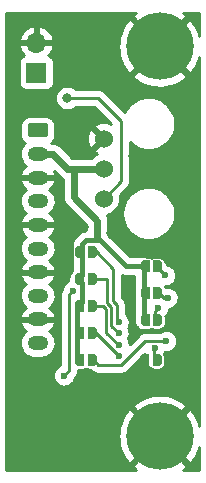
<source format=gbr>
%TF.GenerationSoftware,KiCad,Pcbnew,(6.0.1)*%
%TF.CreationDate,2022-07-06T13:38:45-07:00*%
%TF.ProjectId,mu100-dit,6d753130-302d-4646-9974-2e6b69636164,rev?*%
%TF.SameCoordinates,PX4a25ef0PY4c3f880*%
%TF.FileFunction,Copper,L2,Bot*%
%TF.FilePolarity,Positive*%
%FSLAX46Y46*%
G04 Gerber Fmt 4.6, Leading zero omitted, Abs format (unit mm)*
G04 Created by KiCad (PCBNEW (6.0.1)) date 2022-07-06 13:38:45*
%MOMM*%
%LPD*%
G01*
G04 APERTURE LIST*
G04 Aperture macros list*
%AMRoundRect*
0 Rectangle with rounded corners*
0 $1 Rounding radius*
0 $2 $3 $4 $5 $6 $7 $8 $9 X,Y pos of 4 corners*
0 Add a 4 corners polygon primitive as box body*
4,1,4,$2,$3,$4,$5,$6,$7,$8,$9,$2,$3,0*
0 Add four circle primitives for the rounded corners*
1,1,$1+$1,$2,$3*
1,1,$1+$1,$4,$5*
1,1,$1+$1,$6,$7*
1,1,$1+$1,$8,$9*
0 Add four rect primitives between the rounded corners*
20,1,$1+$1,$2,$3,$4,$5,0*
20,1,$1+$1,$4,$5,$6,$7,0*
20,1,$1+$1,$6,$7,$8,$9,0*
20,1,$1+$1,$8,$9,$2,$3,0*%
%AMFreePoly0*
4,1,13,0.500000,-0.500000,0.000000,-0.500000,-0.095671,-0.480970,-0.176777,-0.426777,-0.230970,-0.345671,-0.250000,-0.250000,-0.250000,0.250000,-0.230970,0.345671,-0.176777,0.426777,-0.095671,0.480970,0.000000,0.500000,0.500000,0.500000,0.500000,-0.500000,0.500000,-0.500000,$1*%
G04 Aperture macros list end*
%TA.AperFunction,ComponentPad*%
%ADD10RoundRect,0.250000X-0.625000X0.350000X-0.625000X-0.350000X0.625000X-0.350000X0.625000X0.350000X0*%
%TD*%
%TA.AperFunction,ComponentPad*%
%ADD11O,1.750000X1.200000*%
%TD*%
%TA.AperFunction,ConnectorPad*%
%ADD12C,5.700000*%
%TD*%
%TA.AperFunction,ComponentPad*%
%ADD13C,3.600000*%
%TD*%
%TA.AperFunction,ComponentPad*%
%ADD14C,1.524000*%
%TD*%
%TA.AperFunction,ComponentPad*%
%ADD15R,1.700000X1.700000*%
%TD*%
%TA.AperFunction,ComponentPad*%
%ADD16O,1.700000X1.700000*%
%TD*%
%TA.AperFunction,SMDPad,CuDef*%
%ADD17FreePoly0,0.000000*%
%TD*%
%TA.AperFunction,SMDPad,CuDef*%
%ADD18FreePoly0,180.000000*%
%TD*%
%TA.AperFunction,ViaPad*%
%ADD19C,0.800000*%
%TD*%
%TA.AperFunction,ViaPad*%
%ADD20C,0.600000*%
%TD*%
%TA.AperFunction,Conductor*%
%ADD21C,0.250000*%
%TD*%
%TA.AperFunction,Conductor*%
%ADD22C,0.600000*%
%TD*%
%TA.AperFunction,Conductor*%
%ADD23C,0.400000*%
%TD*%
%TA.AperFunction,Conductor*%
%ADD24C,0.254000*%
%TD*%
G04 APERTURE END LIST*
D10*
%TO.P,J1,1,Pin_1*%
%TO.N,unconnected-(J1-Pad1)*%
X81030000Y-90572000D03*
D11*
%TO.P,J1,2,Pin_2*%
%TO.N,+5V*%
X81030000Y-92572000D03*
%TO.P,J1,3,Pin_3*%
%TO.N,GND*%
X81030000Y-94572000D03*
%TO.P,J1,4,Pin_4*%
%TO.N,/MCLK*%
X81030000Y-96572000D03*
%TO.P,J1,5,Pin_5*%
%TO.N,GND*%
X81030000Y-98572000D03*
%TO.P,J1,6,Pin_6*%
%TO.N,/SDAT*%
X81030000Y-100572000D03*
%TO.P,J1,7,Pin_7*%
%TO.N,GND*%
X81030000Y-102572000D03*
%TO.P,J1,8,Pin_8*%
%TO.N,/BICK*%
X81030000Y-104572000D03*
%TO.P,J1,9,Pin_9*%
%TO.N,GND*%
X81030000Y-106572000D03*
%TO.P,J1,10,Pin_10*%
%TO.N,/LRCK*%
X81030000Y-108572000D03*
%TD*%
D12*
%TO.P,H1,1,1*%
%TO.N,GND*%
X91350000Y-83452000D03*
D13*
X91350000Y-83452000D03*
%TD*%
D14*
%TO.P,U1,1,GND*%
%TO.N,GND*%
X86620000Y-91262000D03*
%TO.P,U1,2,VCC*%
%TO.N,+5V*%
X86620000Y-93802000D03*
%TO.P,U1,3,Input*%
%TO.N,/TXP*%
X86620000Y-96342000D03*
%TD*%
D12*
%TO.P,H2,1,1*%
%TO.N,GND*%
X91350000Y-116452000D03*
D13*
X91350000Y-116452000D03*
%TD*%
D15*
%TO.P,J2,1,Pin_1*%
%TO.N,Net-(C4-Pad2)*%
X80910000Y-85675000D03*
D16*
%TO.P,J2,2,Pin_2*%
%TO.N,GND*%
X80910000Y-83135000D03*
%TD*%
D17*
%TO.P,JP3,1,1*%
%TO.N,+5V*%
X84460000Y-105442000D03*
D18*
%TO.P,JP3,2,2*%
%TO.N,/FS2*%
X85760000Y-105442000D03*
%TD*%
D17*
%TO.P,JP9,1,1*%
%TO.N,+5V*%
X84460000Y-110032000D03*
D18*
%TO.P,JP9,2,2*%
%TO.N,/CKS1*%
X85760000Y-110032000D03*
%TD*%
D17*
%TO.P,JP2,1,1*%
%TO.N,+5V*%
X84460000Y-103147000D03*
D18*
%TO.P,JP2,2,2*%
%TO.N,/FS1*%
X85760000Y-103147000D03*
%TD*%
D17*
%TO.P,JP7,1,1*%
%TO.N,+5V*%
X90030000Y-102067000D03*
D18*
%TO.P,JP7,2,2*%
%TO.N,/DIF2*%
X91330000Y-102067000D03*
%TD*%
D17*
%TO.P,JP1,1,1*%
%TO.N,+5V*%
X84460000Y-100822000D03*
D18*
%TO.P,JP1,2,2*%
%TO.N,/FS0*%
X85760000Y-100822000D03*
%TD*%
D17*
%TO.P,JP6,1,1*%
%TO.N,+5V*%
X90030000Y-104362000D03*
D18*
%TO.P,JP6,2,2*%
%TO.N,/DIF1*%
X91330000Y-104362000D03*
%TD*%
D17*
%TO.P,JP8,1,1*%
%TO.N,GND*%
X89980000Y-110032000D03*
D18*
%TO.P,JP8,2,2*%
%TO.N,/CKS0*%
X91280000Y-110032000D03*
%TD*%
D17*
%TO.P,JP5,1,1*%
%TO.N,+5V*%
X90030000Y-106657000D03*
D18*
%TO.P,JP5,2,2*%
%TO.N,/DIF0*%
X91330000Y-106657000D03*
%TD*%
D17*
%TO.P,JP4,1,1*%
%TO.N,+5V*%
X84460000Y-107737000D03*
D18*
%TO.P,JP4,2,2*%
%TO.N,/FS3*%
X85760000Y-107737000D03*
%TD*%
D19*
%TO.N,/TXP*%
X83550000Y-87826000D03*
%TO.N,GND*%
X87200000Y-99282000D03*
X82850000Y-94882000D03*
X84060000Y-92542000D03*
X89070000Y-95352000D03*
X84970000Y-98752000D03*
X89130000Y-92702000D03*
D20*
%TO.N,/RESET*%
X83260000Y-111322000D03*
X84016400Y-104137200D03*
%TO.N,/FS0*%
X87889978Y-106829600D03*
%TO.N,/FS1*%
X87877200Y-107744000D03*
%TO.N,/FS2*%
X87885439Y-108751761D03*
%TO.N,/FS3*%
X87877200Y-109674400D03*
%TO.N,/DIF0*%
X91230000Y-105585000D03*
%TO.N,/DIF1*%
X92037242Y-104738927D03*
%TO.N,/DIF2*%
X91839600Y-102841800D03*
%TO.N,/CKS0*%
X90925200Y-109003500D03*
%TO.N,/CKS1*%
X91915800Y-108379000D03*
%TD*%
D21*
%TO.N,/TXP*%
X88090000Y-94872000D02*
X86620000Y-96342000D01*
X88090000Y-89784000D02*
X88090000Y-94872000D01*
X86132000Y-87826000D02*
X88090000Y-89784000D01*
X83550000Y-87826000D02*
X86132000Y-87826000D01*
%TO.N,GND*%
X86790000Y-91262000D02*
X86620000Y-91262000D01*
D22*
%TO.N,+5V*%
X84090000Y-94232000D02*
X84090000Y-96207000D01*
X84090000Y-96207000D02*
X86080000Y-98197000D01*
D23*
X84770000Y-102837000D02*
X84770000Y-100217704D01*
D22*
X83530000Y-93802000D02*
X86620000Y-93802000D01*
D23*
X84770000Y-105132000D02*
X84770000Y-103457000D01*
X84460000Y-103147000D02*
X84770000Y-102837000D01*
D22*
X81030000Y-92572000D02*
X82300000Y-92572000D01*
D23*
X85125704Y-99862000D02*
X86290000Y-99862000D01*
X84460000Y-105442000D02*
X84770000Y-105132000D01*
X86290000Y-99862000D02*
X88485000Y-102057000D01*
X88485000Y-102057000D02*
X90030000Y-102057000D01*
X84442500Y-110022000D02*
X84360000Y-109939500D01*
X84770000Y-103457000D02*
X84460000Y-103147000D01*
X84360000Y-110032000D02*
X84380000Y-110052000D01*
X84770000Y-100217704D02*
X85125704Y-99862000D01*
D22*
X82300000Y-92572000D02*
X83530000Y-93802000D01*
D23*
X84360000Y-109939500D02*
X84360000Y-105442000D01*
X90030000Y-102057000D02*
X90030000Y-106657000D01*
D22*
X86080000Y-98202000D02*
X86080000Y-99742000D01*
D21*
%TO.N,/RESET*%
X83700000Y-110882000D02*
X83260000Y-111322000D01*
X83700000Y-104453600D02*
X83700000Y-110882000D01*
X84016400Y-104137200D02*
X83700000Y-104453600D01*
%TO.N,/FS0*%
X87440000Y-105040565D02*
X87440000Y-102324500D01*
X87714998Y-106654620D02*
X87714998Y-105315563D01*
X87714998Y-105315563D02*
X87440000Y-105040565D01*
X87440000Y-102324500D02*
X85927500Y-100812000D01*
X87889978Y-106829600D02*
X87714998Y-106654620D01*
%TO.N,/FS1*%
X86865000Y-103137000D02*
X85897500Y-103137000D01*
X86920480Y-103192480D02*
X86865000Y-103137000D01*
X86920480Y-105156762D02*
X86920480Y-103192480D01*
X87877200Y-107744000D02*
X87265478Y-107132278D01*
X87265478Y-105501761D02*
X86920480Y-105156762D01*
X87265478Y-107132278D02*
X87265478Y-105501761D01*
%TO.N,/FS2*%
X86560000Y-105432000D02*
X86007500Y-105432000D01*
X86815958Y-107682280D02*
X86815958Y-105687958D01*
X87885439Y-108751761D02*
X86815958Y-107682280D01*
X86815958Y-105687958D02*
X86560000Y-105432000D01*
%TO.N,/FS3*%
X87877200Y-109626700D02*
X85977500Y-107727000D01*
X87877200Y-109674400D02*
X87877200Y-109626700D01*
%TO.N,/DIF0*%
X91230000Y-105585000D02*
X90947500Y-105867500D01*
X90947500Y-105867500D02*
X90947500Y-106647000D01*
%TO.N,/DIF1*%
X92037242Y-104738927D02*
X91706927Y-104738927D01*
X91706927Y-104738927D02*
X91320000Y-104352000D01*
%TO.N,/DIF2*%
X91839600Y-102811600D02*
X91085000Y-102057000D01*
X91839600Y-102841800D02*
X91839600Y-102811600D01*
%TO.N,/CKS0*%
X90925200Y-109003500D02*
X90897500Y-109031200D01*
X90897500Y-109031200D02*
X90897500Y-110022000D01*
%TO.N,/CKS1*%
X88105800Y-110411000D02*
X86139000Y-110411000D01*
X86139000Y-110411000D02*
X85760000Y-110032000D01*
X90137800Y-108379000D02*
X88105800Y-110411000D01*
X91915800Y-108379000D02*
X90137800Y-108379000D01*
%TD*%
%TO.N,GND*%
D24*
X89103366Y-80782911D02*
X89092956Y-80791707D01*
X89073004Y-80810509D01*
X89037146Y-80871785D01*
X89040108Y-80942719D01*
X89070323Y-80991303D01*
X91260905Y-83181885D01*
X91323217Y-83215911D01*
X91394032Y-83210846D01*
X91439095Y-83181885D01*
X93630073Y-80990907D01*
X93664099Y-80928595D01*
X93659034Y-80857780D01*
X93627713Y-80810417D01*
X93616318Y-80799603D01*
X93605937Y-80790768D01*
X93337140Y-80586000D01*
X94716000Y-80586000D01*
X94716000Y-82552316D01*
X94658698Y-82345690D01*
X94654352Y-82332774D01*
X94519865Y-81994823D01*
X94514148Y-81982452D01*
X94343949Y-81661003D01*
X94336931Y-81649322D01*
X94133012Y-81348134D01*
X94124772Y-81337279D01*
X93993419Y-81182392D01*
X93934105Y-81143375D01*
X93863112Y-81142620D01*
X93808228Y-81174792D01*
X91620115Y-83362905D01*
X91586089Y-83425217D01*
X91591154Y-83496032D01*
X91620115Y-83541095D01*
X93808180Y-85729160D01*
X93870492Y-85763186D01*
X93941307Y-85758121D01*
X93992800Y-85722230D01*
X94109941Y-85586042D01*
X94118256Y-85575244D01*
X94324273Y-85275487D01*
X94331373Y-85263855D01*
X94503812Y-84943602D01*
X94509615Y-84931271D01*
X94646458Y-84594268D01*
X94650894Y-84581383D01*
X94716000Y-84352826D01*
X94716000Y-115552316D01*
X94658698Y-115345690D01*
X94654352Y-115332774D01*
X94519865Y-114994823D01*
X94514148Y-114982452D01*
X94343949Y-114661003D01*
X94336931Y-114649322D01*
X94133012Y-114348134D01*
X94124772Y-114337279D01*
X93993419Y-114182392D01*
X93934105Y-114143375D01*
X93863112Y-114142620D01*
X93808228Y-114174792D01*
X91620115Y-116362905D01*
X91586089Y-116425217D01*
X91591154Y-116496032D01*
X91620115Y-116541095D01*
X93808180Y-118729160D01*
X93870492Y-118763186D01*
X93941307Y-118758121D01*
X93992800Y-118722230D01*
X94109941Y-118586042D01*
X94118256Y-118575244D01*
X94324273Y-118275487D01*
X94331373Y-118263855D01*
X94503812Y-117943602D01*
X94509615Y-117931271D01*
X94646458Y-117594268D01*
X94650894Y-117581383D01*
X94716000Y-117352826D01*
X94716000Y-119318000D01*
X93335466Y-119318000D01*
X93587304Y-119128915D01*
X93597744Y-119120155D01*
X93626308Y-119093425D01*
X93662380Y-119032275D01*
X93659665Y-118961330D01*
X93629310Y-118912330D01*
X91439095Y-116722115D01*
X91376783Y-116688089D01*
X91305968Y-116693154D01*
X91260905Y-116722115D01*
X89069502Y-118913518D01*
X89035476Y-118975830D01*
X89040541Y-119046645D01*
X89071555Y-119093716D01*
X89074449Y-119096481D01*
X89084787Y-119105340D01*
X89361930Y-119318000D01*
X78384000Y-119318000D01*
X78384000Y-116446636D01*
X87861249Y-116446636D01*
X87879651Y-116809897D01*
X87881076Y-116823450D01*
X87938603Y-117182599D01*
X87941483Y-117195919D01*
X88037460Y-117546754D01*
X88041761Y-117559685D01*
X88175068Y-117898103D01*
X88180741Y-117910494D01*
X88349816Y-118232535D01*
X88356794Y-118244241D01*
X88559661Y-118546139D01*
X88567863Y-118557023D01*
X88706231Y-118721339D01*
X88765410Y-118760562D01*
X88836399Y-118761564D01*
X88891706Y-118729274D01*
X91079885Y-116541095D01*
X91113911Y-116478783D01*
X91108846Y-116407968D01*
X91079885Y-116362905D01*
X88891810Y-114174830D01*
X88829498Y-114140804D01*
X88758683Y-114145869D01*
X88706903Y-114182095D01*
X88582626Y-114327606D01*
X88574350Y-114338432D01*
X88369380Y-114638906D01*
X88362320Y-114650563D01*
X88191001Y-114971417D01*
X88185242Y-114983767D01*
X88049576Y-115321245D01*
X88045184Y-115334146D01*
X87946759Y-115684303D01*
X87943786Y-115697603D01*
X87883754Y-116056342D01*
X87882235Y-116069885D01*
X87861297Y-116433008D01*
X87861249Y-116446636D01*
X78384000Y-116446636D01*
X78384000Y-113871785D01*
X89037146Y-113871785D01*
X89040108Y-113942719D01*
X89070323Y-113991303D01*
X91260905Y-116181885D01*
X91323217Y-116215911D01*
X91394032Y-116210846D01*
X91439095Y-116181885D01*
X93630073Y-113990907D01*
X93664099Y-113928595D01*
X93659034Y-113857780D01*
X93627713Y-113810417D01*
X93616318Y-113799603D01*
X93605937Y-113790768D01*
X93316602Y-113570354D01*
X93305331Y-113562694D01*
X92993884Y-113374817D01*
X92981852Y-113368419D01*
X92651936Y-113215277D01*
X92639282Y-113210216D01*
X92294756Y-113093601D01*
X92281630Y-113089937D01*
X91926525Y-113011212D01*
X91913080Y-113008986D01*
X91551550Y-112969073D01*
X91537944Y-112968312D01*
X91174218Y-112967677D01*
X91160609Y-112968390D01*
X90798941Y-113007041D01*
X90785488Y-113009220D01*
X90430111Y-113086705D01*
X90416973Y-113090324D01*
X90072042Y-113205736D01*
X90059371Y-113210753D01*
X89728922Y-113362742D01*
X89716867Y-113369098D01*
X89404766Y-113555887D01*
X89393468Y-113563508D01*
X89103366Y-113782911D01*
X89092956Y-113791707D01*
X89073004Y-113810509D01*
X89037146Y-113871785D01*
X78384000Y-113871785D01*
X78384000Y-108523430D01*
X79516922Y-108523430D01*
X79526702Y-108734725D01*
X79530074Y-108758420D01*
X79579632Y-108964055D01*
X79587424Y-108986685D01*
X79674973Y-109179238D01*
X79686904Y-109199987D01*
X79809284Y-109372511D01*
X79824923Y-109390629D01*
X79977719Y-109536899D01*
X79996502Y-109551733D01*
X80174200Y-109666472D01*
X80195450Y-109677486D01*
X80391639Y-109756552D01*
X80414587Y-109763350D01*
X80622187Y-109803892D01*
X80640183Y-109806078D01*
X80645745Y-109806350D01*
X80651899Y-109806500D01*
X81357846Y-109806500D01*
X81369813Y-109805930D01*
X81527533Y-109790882D01*
X81551035Y-109786357D01*
X81754003Y-109726813D01*
X81776226Y-109717924D01*
X81964272Y-109621074D01*
X81984413Y-109608144D01*
X82150753Y-109477482D01*
X82168085Y-109460976D01*
X82306717Y-109301217D01*
X82320616Y-109281732D01*
X82426537Y-109098641D01*
X82436501Y-109076879D01*
X82505889Y-108877062D01*
X82511557Y-108853809D01*
X82541909Y-108644476D01*
X82543078Y-108620570D01*
X82533298Y-108409275D01*
X82529926Y-108385580D01*
X82480368Y-108179945D01*
X82472576Y-108157315D01*
X82385027Y-107964762D01*
X82373096Y-107944013D01*
X82250716Y-107771489D01*
X82235077Y-107753371D01*
X82082281Y-107607101D01*
X82063498Y-107592267D01*
X82030742Y-107571116D01*
X82150407Y-107477118D01*
X82167739Y-107460613D01*
X82306308Y-107300927D01*
X82320207Y-107281441D01*
X82426080Y-107098432D01*
X82436044Y-107076670D01*
X82505401Y-106876943D01*
X82511070Y-106853685D01*
X82512463Y-106844075D01*
X82502440Y-106773790D01*
X82456009Y-106720081D01*
X82387766Y-106700000D01*
X79676483Y-106700000D01*
X79608362Y-106720002D01*
X79561869Y-106773658D01*
X79551765Y-106843932D01*
X79553990Y-106855521D01*
X79580107Y-106963891D01*
X79587899Y-106986521D01*
X79675408Y-107178988D01*
X79687339Y-107199737D01*
X79809664Y-107372183D01*
X79825303Y-107390301D01*
X79978030Y-107536505D01*
X79996813Y-107551339D01*
X80029230Y-107572270D01*
X79909247Y-107666518D01*
X79891915Y-107683024D01*
X79753283Y-107842783D01*
X79739384Y-107862268D01*
X79633463Y-108045359D01*
X79623499Y-108067121D01*
X79554111Y-108266938D01*
X79548443Y-108290191D01*
X79518091Y-108499524D01*
X79516922Y-108523430D01*
X78384000Y-108523430D01*
X78384000Y-104523430D01*
X79516922Y-104523430D01*
X79526702Y-104734725D01*
X79530074Y-104758420D01*
X79579632Y-104964055D01*
X79587424Y-104986685D01*
X79674973Y-105179238D01*
X79686904Y-105199987D01*
X79809284Y-105372511D01*
X79824923Y-105390629D01*
X79977719Y-105536899D01*
X79996502Y-105551733D01*
X80029258Y-105572884D01*
X79909593Y-105666882D01*
X79892261Y-105683387D01*
X79753692Y-105843073D01*
X79739793Y-105862559D01*
X79633920Y-106045568D01*
X79623956Y-106067330D01*
X79554599Y-106267057D01*
X79548930Y-106290315D01*
X79547537Y-106299925D01*
X79557560Y-106370210D01*
X79603991Y-106423919D01*
X79672234Y-106444000D01*
X82383517Y-106444000D01*
X82451638Y-106423998D01*
X82498131Y-106370342D01*
X82508235Y-106300068D01*
X82506010Y-106288479D01*
X82479893Y-106180109D01*
X82472101Y-106157479D01*
X82384592Y-105965012D01*
X82372661Y-105944263D01*
X82250336Y-105771817D01*
X82234697Y-105753699D01*
X82081970Y-105607495D01*
X82063187Y-105592661D01*
X82030770Y-105571730D01*
X82150753Y-105477482D01*
X82168085Y-105460976D01*
X82306717Y-105301217D01*
X82320616Y-105281732D01*
X82426537Y-105098641D01*
X82436501Y-105076879D01*
X82505889Y-104877062D01*
X82511557Y-104853809D01*
X82541909Y-104644476D01*
X82543078Y-104620570D01*
X82533298Y-104409275D01*
X82529926Y-104385580D01*
X82480368Y-104179945D01*
X82472576Y-104157315D01*
X82385027Y-103964762D01*
X82373096Y-103944013D01*
X82250716Y-103771489D01*
X82235077Y-103753371D01*
X82082281Y-103607101D01*
X82063498Y-103592267D01*
X82030742Y-103571116D01*
X82150407Y-103477118D01*
X82167739Y-103460613D01*
X82306308Y-103300927D01*
X82320207Y-103281441D01*
X82426080Y-103098432D01*
X82436044Y-103076670D01*
X82505401Y-102876943D01*
X82511070Y-102853685D01*
X82512463Y-102844075D01*
X82502440Y-102773790D01*
X82456009Y-102720081D01*
X82387766Y-102700000D01*
X79676483Y-102700000D01*
X79608362Y-102720002D01*
X79561869Y-102773658D01*
X79551765Y-102843932D01*
X79553990Y-102855521D01*
X79580107Y-102963891D01*
X79587899Y-102986521D01*
X79675408Y-103178988D01*
X79687339Y-103199737D01*
X79809664Y-103372183D01*
X79825303Y-103390301D01*
X79978030Y-103536505D01*
X79996813Y-103551339D01*
X80029230Y-103572270D01*
X79909247Y-103666518D01*
X79891915Y-103683024D01*
X79753283Y-103842783D01*
X79739384Y-103862268D01*
X79633463Y-104045359D01*
X79623499Y-104067121D01*
X79554111Y-104266938D01*
X79548443Y-104290191D01*
X79518091Y-104499524D01*
X79516922Y-104523430D01*
X78384000Y-104523430D01*
X78384000Y-100523430D01*
X79516922Y-100523430D01*
X79526702Y-100734725D01*
X79530074Y-100758420D01*
X79579632Y-100964055D01*
X79587424Y-100986685D01*
X79674973Y-101179238D01*
X79686904Y-101199987D01*
X79809284Y-101372511D01*
X79824923Y-101390629D01*
X79977719Y-101536899D01*
X79996502Y-101551733D01*
X80029258Y-101572884D01*
X79909593Y-101666882D01*
X79892261Y-101683387D01*
X79753692Y-101843073D01*
X79739793Y-101862559D01*
X79633920Y-102045568D01*
X79623956Y-102067330D01*
X79554599Y-102267057D01*
X79548930Y-102290315D01*
X79547537Y-102299925D01*
X79557560Y-102370210D01*
X79603991Y-102423919D01*
X79672234Y-102444000D01*
X82383517Y-102444000D01*
X82451638Y-102423998D01*
X82498131Y-102370342D01*
X82508235Y-102300068D01*
X82506010Y-102288479D01*
X82479893Y-102180109D01*
X82472101Y-102157479D01*
X82384592Y-101965012D01*
X82372661Y-101944263D01*
X82250336Y-101771817D01*
X82234697Y-101753699D01*
X82081970Y-101607495D01*
X82063187Y-101592661D01*
X82030770Y-101571730D01*
X82150753Y-101477482D01*
X82168085Y-101460976D01*
X82306717Y-101301217D01*
X82320616Y-101281732D01*
X82426537Y-101098641D01*
X82436501Y-101076879D01*
X82505889Y-100877062D01*
X82511557Y-100853809D01*
X82541909Y-100644476D01*
X82543078Y-100620570D01*
X82533298Y-100409275D01*
X82529926Y-100385580D01*
X82480368Y-100179945D01*
X82472576Y-100157315D01*
X82385027Y-99964762D01*
X82373096Y-99944013D01*
X82250716Y-99771489D01*
X82235077Y-99753371D01*
X82082281Y-99607101D01*
X82063498Y-99592267D01*
X82030742Y-99571116D01*
X82150407Y-99477118D01*
X82167739Y-99460613D01*
X82306308Y-99300927D01*
X82320207Y-99281441D01*
X82426080Y-99098432D01*
X82436044Y-99076670D01*
X82505401Y-98876943D01*
X82511070Y-98853685D01*
X82512463Y-98844075D01*
X82502440Y-98773790D01*
X82456009Y-98720081D01*
X82387766Y-98700000D01*
X79676483Y-98700000D01*
X79608362Y-98720002D01*
X79561869Y-98773658D01*
X79551765Y-98843932D01*
X79553990Y-98855521D01*
X79580107Y-98963891D01*
X79587899Y-98986521D01*
X79675408Y-99178988D01*
X79687339Y-99199737D01*
X79809664Y-99372183D01*
X79825303Y-99390301D01*
X79978030Y-99536505D01*
X79996813Y-99551339D01*
X80029230Y-99572270D01*
X79909247Y-99666518D01*
X79891915Y-99683024D01*
X79753283Y-99842783D01*
X79739384Y-99862268D01*
X79633463Y-100045359D01*
X79623499Y-100067121D01*
X79554111Y-100266938D01*
X79548443Y-100290191D01*
X79518091Y-100499524D01*
X79516922Y-100523430D01*
X78384000Y-100523430D01*
X78384000Y-96523430D01*
X79516922Y-96523430D01*
X79526702Y-96734725D01*
X79530074Y-96758420D01*
X79579632Y-96964055D01*
X79587424Y-96986685D01*
X79674973Y-97179238D01*
X79686904Y-97199987D01*
X79809284Y-97372511D01*
X79824923Y-97390629D01*
X79977719Y-97536899D01*
X79996502Y-97551733D01*
X80029258Y-97572884D01*
X79909593Y-97666882D01*
X79892261Y-97683387D01*
X79753692Y-97843073D01*
X79739793Y-97862559D01*
X79633920Y-98045568D01*
X79623956Y-98067330D01*
X79554599Y-98267057D01*
X79548930Y-98290315D01*
X79547537Y-98299925D01*
X79557560Y-98370210D01*
X79603991Y-98423919D01*
X79672234Y-98444000D01*
X82383517Y-98444000D01*
X82451638Y-98423998D01*
X82498131Y-98370342D01*
X82508235Y-98300068D01*
X82506010Y-98288479D01*
X82479893Y-98180109D01*
X82472101Y-98157479D01*
X82384592Y-97965012D01*
X82372661Y-97944263D01*
X82250336Y-97771817D01*
X82234697Y-97753699D01*
X82081970Y-97607495D01*
X82063187Y-97592661D01*
X82030770Y-97571730D01*
X82150753Y-97477482D01*
X82168085Y-97460976D01*
X82306717Y-97301217D01*
X82320616Y-97281732D01*
X82426537Y-97098641D01*
X82436501Y-97076879D01*
X82505889Y-96877062D01*
X82511557Y-96853809D01*
X82541909Y-96644476D01*
X82543078Y-96620570D01*
X82533298Y-96409275D01*
X82529926Y-96385580D01*
X82480368Y-96179945D01*
X82472576Y-96157315D01*
X82385027Y-95964762D01*
X82373096Y-95944013D01*
X82250716Y-95771489D01*
X82235077Y-95753371D01*
X82082281Y-95607101D01*
X82063498Y-95592267D01*
X82030742Y-95571116D01*
X82150407Y-95477118D01*
X82167739Y-95460613D01*
X82306308Y-95300927D01*
X82320207Y-95281441D01*
X82426080Y-95098432D01*
X82436044Y-95076670D01*
X82505401Y-94876943D01*
X82511070Y-94853685D01*
X82512463Y-94844075D01*
X82502440Y-94773790D01*
X82456009Y-94720081D01*
X82387766Y-94700000D01*
X79676483Y-94700000D01*
X79608362Y-94720002D01*
X79561869Y-94773658D01*
X79551765Y-94843932D01*
X79553990Y-94855521D01*
X79580107Y-94963891D01*
X79587899Y-94986521D01*
X79675408Y-95178988D01*
X79687339Y-95199737D01*
X79809664Y-95372183D01*
X79825303Y-95390301D01*
X79978030Y-95536505D01*
X79996813Y-95551339D01*
X80029230Y-95572270D01*
X79909247Y-95666518D01*
X79891915Y-95683024D01*
X79753283Y-95842783D01*
X79739384Y-95862268D01*
X79633463Y-96045359D01*
X79623499Y-96067121D01*
X79554111Y-96266938D01*
X79548443Y-96290191D01*
X79518091Y-96499524D01*
X79516922Y-96523430D01*
X78384000Y-96523430D01*
X78384000Y-92523430D01*
X79516922Y-92523430D01*
X79526702Y-92734725D01*
X79530074Y-92758420D01*
X79579632Y-92964055D01*
X79587424Y-92986685D01*
X79674973Y-93179238D01*
X79686904Y-93199987D01*
X79809284Y-93372511D01*
X79824923Y-93390629D01*
X79977719Y-93536899D01*
X79996502Y-93551733D01*
X80029258Y-93572884D01*
X79909593Y-93666882D01*
X79892261Y-93683387D01*
X79753692Y-93843073D01*
X79739793Y-93862559D01*
X79633920Y-94045568D01*
X79623956Y-94067330D01*
X79554599Y-94267057D01*
X79548930Y-94290315D01*
X79547537Y-94299925D01*
X79557560Y-94370210D01*
X79603991Y-94423919D01*
X79672234Y-94444000D01*
X82383517Y-94444000D01*
X82451638Y-94423998D01*
X82498131Y-94370342D01*
X82508235Y-94300068D01*
X82506010Y-94288479D01*
X82479893Y-94180109D01*
X82472101Y-94157479D01*
X82395566Y-93989149D01*
X82862624Y-94456206D01*
X82925747Y-94520665D01*
X82947516Y-94538419D01*
X82983959Y-94561905D01*
X83017834Y-94588947D01*
X83041605Y-94603917D01*
X83071799Y-94618513D01*
X83099982Y-94636676D01*
X83125142Y-94649166D01*
X83155500Y-94660216D01*
X83155500Y-96197786D01*
X83154556Y-96287901D01*
X83157395Y-96315848D01*
X83166555Y-96358213D01*
X83171388Y-96401301D01*
X83177611Y-96428692D01*
X83188642Y-96460368D01*
X83195727Y-96493138D01*
X83204686Y-96519759D01*
X83223006Y-96559046D01*
X83237264Y-96599990D01*
X83249400Y-96625321D01*
X83267172Y-96653763D01*
X83281343Y-96684152D01*
X83295979Y-96708129D01*
X83322547Y-96742380D01*
X83345519Y-96779144D01*
X83362967Y-96801159D01*
X83391569Y-96829962D01*
X83392983Y-96831565D01*
X83418662Y-96857244D01*
X83490779Y-96929866D01*
X83493356Y-96931938D01*
X85145500Y-98584082D01*
X85145500Y-99026879D01*
X85096920Y-99023567D01*
X85066688Y-99025151D01*
X85003749Y-99036136D01*
X84940324Y-99043811D01*
X84910921Y-99051033D01*
X84904508Y-99053456D01*
X84897760Y-99054634D01*
X84868775Y-99063384D01*
X84810271Y-99089065D01*
X84750510Y-99111647D01*
X84723680Y-99125674D01*
X84718033Y-99129555D01*
X84711755Y-99132311D01*
X84685694Y-99147723D01*
X84635007Y-99186618D01*
X84582357Y-99222802D01*
X84559647Y-99242824D01*
X84518193Y-99289351D01*
X84200385Y-99607159D01*
X84156785Y-99645194D01*
X84136528Y-99667692D01*
X84099785Y-99719972D01*
X84060370Y-99770240D01*
X84044686Y-99796137D01*
X84041866Y-99802383D01*
X84037925Y-99807990D01*
X84023617Y-99834673D01*
X84000405Y-99894210D01*
X83974119Y-99952425D01*
X83965065Y-99981312D01*
X83963815Y-99988057D01*
X83961324Y-99994446D01*
X83953796Y-100023767D01*
X83945457Y-100087110D01*
X83933814Y-100149928D01*
X83931913Y-100180144D01*
X83935500Y-100242350D01*
X83935500Y-100494975D01*
X83931023Y-100517482D01*
X83928602Y-100542064D01*
X83928602Y-100601936D01*
X83930552Y-100621736D01*
X83930552Y-101022264D01*
X83928602Y-101042064D01*
X83928602Y-101101936D01*
X83931023Y-101126518D01*
X83935500Y-101149025D01*
X83935500Y-102491340D01*
X83876352Y-102550488D01*
X83812047Y-102614123D01*
X83793243Y-102637849D01*
X83773583Y-102669931D01*
X83750370Y-102699536D01*
X83734687Y-102725432D01*
X83721012Y-102755718D01*
X83703643Y-102784062D01*
X83691040Y-102811589D01*
X83679602Y-102847430D01*
X83664118Y-102881722D01*
X83655065Y-102910612D01*
X83649008Y-102943294D01*
X83638903Y-102974956D01*
X83633230Y-103004694D01*
X83630671Y-103042226D01*
X83623814Y-103079225D01*
X83621913Y-103109439D01*
X83623827Y-103142631D01*
X83621567Y-103175783D01*
X83623151Y-103206015D01*
X83629619Y-103243077D01*
X83631785Y-103280638D01*
X83631833Y-103280903D01*
X83629374Y-103281740D01*
X83603957Y-103293701D01*
X83449466Y-103388745D01*
X83427330Y-103406039D01*
X83297735Y-103532948D01*
X83279982Y-103554716D01*
X83181724Y-103707183D01*
X83169234Y-103732343D01*
X83107196Y-103902790D01*
X83100591Y-103930093D01*
X83092954Y-103990546D01*
X83091564Y-103992026D01*
X83073000Y-104017576D01*
X83063239Y-104035330D01*
X83050825Y-104051335D01*
X83034749Y-104078518D01*
X83017189Y-104119097D01*
X82995890Y-104157840D01*
X82984264Y-104187205D01*
X82979226Y-104206826D01*
X82971182Y-104225415D01*
X82962370Y-104255743D01*
X82955453Y-104299411D01*
X82944458Y-104342236D01*
X82940500Y-104373570D01*
X82940500Y-104393824D01*
X82937331Y-104413832D01*
X82936339Y-104445401D01*
X82940500Y-104489419D01*
X82940500Y-110443553D01*
X82872974Y-110466540D01*
X82847557Y-110478501D01*
X82693066Y-110573545D01*
X82670930Y-110590839D01*
X82541335Y-110717748D01*
X82523582Y-110739516D01*
X82425324Y-110891983D01*
X82412834Y-110917143D01*
X82350796Y-111087590D01*
X82344191Y-111114893D01*
X82321457Y-111294848D01*
X82321064Y-111322935D01*
X82338764Y-111503455D01*
X82344605Y-111530932D01*
X82401860Y-111703045D01*
X82413642Y-111728544D01*
X82507604Y-111883695D01*
X82524743Y-111905951D01*
X82650745Y-112036429D01*
X82672389Y-112054334D01*
X82824166Y-112153654D01*
X82849239Y-112166319D01*
X83019248Y-112229545D01*
X83046503Y-112236341D01*
X83226296Y-112260331D01*
X83254381Y-112260919D01*
X83435020Y-112244479D01*
X83462536Y-112238831D01*
X83635044Y-112182780D01*
X83660625Y-112171176D01*
X83816429Y-112078298D01*
X83838804Y-112061315D01*
X83970158Y-111936228D01*
X83988214Y-111914709D01*
X84088591Y-111763629D01*
X84101431Y-111738646D01*
X84165843Y-111569082D01*
X84172829Y-111541874D01*
X84182384Y-111473890D01*
X84198869Y-111460252D01*
X84245478Y-111410617D01*
X84265228Y-111390868D01*
X84275695Y-111378995D01*
X84278170Y-111375804D01*
X84308436Y-111343574D01*
X84327000Y-111318024D01*
X84336761Y-111300270D01*
X84349175Y-111284265D01*
X84365251Y-111257082D01*
X84382811Y-111216503D01*
X84404110Y-111177760D01*
X84415736Y-111148395D01*
X84420774Y-111128774D01*
X84428818Y-111110185D01*
X84437630Y-111079857D01*
X84444547Y-111036189D01*
X84455542Y-110993364D01*
X84459500Y-110962030D01*
X84459500Y-110941776D01*
X84462669Y-110921768D01*
X84463661Y-110890199D01*
X84462993Y-110883135D01*
X84513638Y-110880215D01*
X84543434Y-110874854D01*
X84707338Y-110824431D01*
X84734995Y-110812117D01*
X84736113Y-110811448D01*
X84960000Y-110811448D01*
X84984582Y-110809027D01*
X85043304Y-110797346D01*
X85088723Y-110778532D01*
X85110000Y-110764315D01*
X85131277Y-110778532D01*
X85176696Y-110797346D01*
X85235418Y-110809027D01*
X85260000Y-110811448D01*
X85465353Y-110811448D01*
X85546253Y-110892348D01*
X85560747Y-110909868D01*
X85610399Y-110956494D01*
X85630135Y-110976230D01*
X85642005Y-110986695D01*
X85645196Y-110989170D01*
X85677426Y-111019436D01*
X85702976Y-111038000D01*
X85720730Y-111047761D01*
X85736735Y-111060175D01*
X85763918Y-111076251D01*
X85804497Y-111093811D01*
X85843240Y-111115110D01*
X85872605Y-111126736D01*
X85892226Y-111131774D01*
X85910815Y-111139818D01*
X85941143Y-111148630D01*
X85984811Y-111155547D01*
X86027636Y-111166542D01*
X86058970Y-111170500D01*
X86079224Y-111170500D01*
X86099232Y-111173669D01*
X86130801Y-111174661D01*
X86174819Y-111170500D01*
X88027033Y-111170500D01*
X88049668Y-111172640D01*
X88117745Y-111170500D01*
X88145656Y-111170500D01*
X88161446Y-111169507D01*
X88165457Y-111169000D01*
X88209648Y-111167611D01*
X88240841Y-111162670D01*
X88260292Y-111157019D01*
X88280390Y-111154480D01*
X88310981Y-111146626D01*
X88352095Y-111130348D01*
X88394545Y-111118015D01*
X88423533Y-111105471D01*
X88440969Y-111095159D01*
X88459799Y-111087704D01*
X88487477Y-111072489D01*
X88523247Y-111046501D01*
X88561302Y-111023995D01*
X88586257Y-111004637D01*
X88600578Y-110990316D01*
X88616968Y-110978408D01*
X88639992Y-110956788D01*
X88668183Y-110922711D01*
X90117318Y-109473576D01*
X90138000Y-109507726D01*
X90138000Y-110061856D01*
X90138994Y-110077648D01*
X90154020Y-110196589D01*
X90161874Y-110227181D01*
X90220796Y-110376001D01*
X90236012Y-110403678D01*
X90330092Y-110533168D01*
X90351712Y-110556192D01*
X90475040Y-110658218D01*
X90501707Y-110675141D01*
X90562085Y-110703553D01*
X90566731Y-110710506D01*
X90601495Y-110745269D01*
X90651277Y-110778532D01*
X90696696Y-110797346D01*
X90755418Y-110809027D01*
X90780000Y-110811448D01*
X91230264Y-110811448D01*
X91250064Y-110813398D01*
X91309936Y-110813398D01*
X91334517Y-110810977D01*
X91432062Y-110791574D01*
X91455701Y-110784403D01*
X91511016Y-110761490D01*
X91532798Y-110749847D01*
X91615493Y-110694592D01*
X91634586Y-110678922D01*
X91676922Y-110636586D01*
X91692592Y-110617493D01*
X91747847Y-110534798D01*
X91759490Y-110513016D01*
X91782403Y-110457701D01*
X91789574Y-110434062D01*
X91808977Y-110336517D01*
X91811398Y-110311936D01*
X91811398Y-110252064D01*
X91809448Y-110232264D01*
X91809448Y-109831736D01*
X91811398Y-109811936D01*
X91811398Y-109752064D01*
X91808977Y-109727483D01*
X91789574Y-109629938D01*
X91782403Y-109606299D01*
X91759490Y-109550984D01*
X91747847Y-109529202D01*
X91722819Y-109491745D01*
X91753791Y-109445129D01*
X91766631Y-109420146D01*
X91809373Y-109307628D01*
X91882096Y-109317331D01*
X91910181Y-109317919D01*
X92090820Y-109301479D01*
X92118336Y-109295831D01*
X92290844Y-109239780D01*
X92316425Y-109228176D01*
X92472229Y-109135298D01*
X92494604Y-109118315D01*
X92625958Y-108993228D01*
X92644014Y-108971709D01*
X92744391Y-108820629D01*
X92757231Y-108795646D01*
X92821643Y-108626082D01*
X92828629Y-108598874D01*
X92853873Y-108419253D01*
X92855087Y-108403475D01*
X92855404Y-108380758D01*
X92854631Y-108364955D01*
X92834412Y-108184700D01*
X92828188Y-108157308D01*
X92768536Y-107986011D01*
X92756399Y-107960679D01*
X92660280Y-107806855D01*
X92642832Y-107784840D01*
X92515021Y-107656134D01*
X92493129Y-107638533D01*
X92339980Y-107541342D01*
X92314733Y-107529028D01*
X92143857Y-107468182D01*
X92116509Y-107461767D01*
X91936399Y-107440290D01*
X91908309Y-107440094D01*
X91727917Y-107459054D01*
X91700483Y-107465086D01*
X91528774Y-107523540D01*
X91503357Y-107535501D01*
X91366819Y-107619500D01*
X90216567Y-107619500D01*
X90193933Y-107617360D01*
X90125843Y-107619500D01*
X90097944Y-107619500D01*
X90082156Y-107620493D01*
X90078153Y-107620999D01*
X90033952Y-107622388D01*
X90002757Y-107627329D01*
X89983304Y-107632981D01*
X89963212Y-107635519D01*
X89932620Y-107643374D01*
X89891510Y-107659650D01*
X89849052Y-107671986D01*
X89820067Y-107684529D01*
X89802631Y-107694841D01*
X89783801Y-107702296D01*
X89756123Y-107717511D01*
X89720353Y-107743499D01*
X89682298Y-107766005D01*
X89657343Y-107785363D01*
X89643022Y-107799684D01*
X89626632Y-107811592D01*
X89603608Y-107833212D01*
X89575417Y-107867289D01*
X88812240Y-108630465D01*
X88804051Y-108557461D01*
X88797827Y-108530069D01*
X88738175Y-108358772D01*
X88726038Y-108333440D01*
X88668628Y-108241564D01*
X88705791Y-108185629D01*
X88718631Y-108160646D01*
X88783043Y-107991082D01*
X88790029Y-107963874D01*
X88815273Y-107784253D01*
X88816487Y-107768475D01*
X88816804Y-107745758D01*
X88816031Y-107729955D01*
X88795812Y-107549700D01*
X88789588Y-107522308D01*
X88729936Y-107351011D01*
X88717799Y-107325679D01*
X88700639Y-107298216D01*
X88718569Y-107271229D01*
X88731409Y-107246246D01*
X88795821Y-107076682D01*
X88802807Y-107049474D01*
X88828051Y-106869853D01*
X88829265Y-106854075D01*
X88829582Y-106831358D01*
X88828809Y-106815555D01*
X88808590Y-106635300D01*
X88802366Y-106607908D01*
X88742714Y-106436611D01*
X88730577Y-106411279D01*
X88634458Y-106257455D01*
X88617010Y-106235440D01*
X88489199Y-106106734D01*
X88474498Y-106094915D01*
X88474498Y-105394330D01*
X88476638Y-105371696D01*
X88474498Y-105303606D01*
X88474498Y-105275707D01*
X88473505Y-105259919D01*
X88472999Y-105255916D01*
X88471610Y-105211715D01*
X88466669Y-105180520D01*
X88461017Y-105161067D01*
X88458479Y-105140975D01*
X88450624Y-105110383D01*
X88434348Y-105069273D01*
X88422012Y-105026815D01*
X88409469Y-104997830D01*
X88399157Y-104980394D01*
X88391702Y-104961564D01*
X88376487Y-104933886D01*
X88350499Y-104898116D01*
X88327993Y-104860061D01*
X88308635Y-104835106D01*
X88294311Y-104820782D01*
X88282406Y-104804396D01*
X88260785Y-104781371D01*
X88226715Y-104753186D01*
X88199500Y-104725971D01*
X88199500Y-102843751D01*
X88219723Y-102852882D01*
X88248608Y-102861935D01*
X88255353Y-102863185D01*
X88261742Y-102865676D01*
X88291063Y-102873204D01*
X88354408Y-102881543D01*
X88417225Y-102893186D01*
X88447441Y-102895087D01*
X88509647Y-102891500D01*
X89195500Y-102891500D01*
X89195500Y-106700003D01*
X89196413Y-106715141D01*
X89211811Y-106842380D01*
X89219032Y-106871780D01*
X89279647Y-107032194D01*
X89293673Y-107059023D01*
X89390803Y-107200348D01*
X89410824Y-107223057D01*
X89538860Y-107337133D01*
X89563720Y-107354411D01*
X89715272Y-107434654D01*
X89743536Y-107445504D01*
X89909854Y-107487280D01*
X89939889Y-107491074D01*
X90111371Y-107491972D01*
X90141445Y-107488493D01*
X90308191Y-107448461D01*
X90336567Y-107437908D01*
X90339396Y-107436448D01*
X90530000Y-107436448D01*
X90554582Y-107434027D01*
X90613304Y-107422346D01*
X90658723Y-107403532D01*
X90680000Y-107389315D01*
X90701277Y-107403532D01*
X90746696Y-107422346D01*
X90805418Y-107434027D01*
X90830000Y-107436448D01*
X91280264Y-107436448D01*
X91300064Y-107438398D01*
X91359936Y-107438398D01*
X91384517Y-107435977D01*
X91482062Y-107416574D01*
X91505701Y-107409403D01*
X91561016Y-107386490D01*
X91582798Y-107374847D01*
X91665493Y-107319592D01*
X91684586Y-107303922D01*
X91726922Y-107261586D01*
X91742592Y-107242493D01*
X91797847Y-107159798D01*
X91809490Y-107138016D01*
X91832403Y-107082701D01*
X91839574Y-107059062D01*
X91858977Y-106961517D01*
X91861398Y-106936936D01*
X91861398Y-106877064D01*
X91859448Y-106857264D01*
X91859448Y-106456736D01*
X91861398Y-106436936D01*
X91861398Y-106377064D01*
X91858977Y-106352483D01*
X91846276Y-106288631D01*
X91940158Y-106199228D01*
X91958214Y-106177709D01*
X92058591Y-106026629D01*
X92071431Y-106001646D01*
X92135843Y-105832082D01*
X92142829Y-105804874D01*
X92162354Y-105665948D01*
X92212262Y-105661406D01*
X92239778Y-105655758D01*
X92412286Y-105599707D01*
X92437867Y-105588103D01*
X92593671Y-105495225D01*
X92616046Y-105478242D01*
X92747400Y-105353155D01*
X92765456Y-105331636D01*
X92865833Y-105180556D01*
X92878673Y-105155573D01*
X92943085Y-104986009D01*
X92950071Y-104958801D01*
X92975315Y-104779180D01*
X92976529Y-104763402D01*
X92976846Y-104740685D01*
X92976073Y-104724882D01*
X92955854Y-104544627D01*
X92949630Y-104517235D01*
X92889978Y-104345938D01*
X92877841Y-104320606D01*
X92781722Y-104166782D01*
X92764274Y-104144767D01*
X92636463Y-104016061D01*
X92614571Y-103998460D01*
X92461422Y-103901269D01*
X92436175Y-103888955D01*
X92265299Y-103828109D01*
X92237951Y-103821694D01*
X92057841Y-103800217D01*
X92029751Y-103800021D01*
X91859962Y-103817867D01*
X91828865Y-103786770D01*
X91821711Y-103780462D01*
X91833981Y-103780719D01*
X92014620Y-103764279D01*
X92042136Y-103758631D01*
X92214644Y-103702580D01*
X92240225Y-103690976D01*
X92396029Y-103598098D01*
X92418404Y-103581115D01*
X92549758Y-103456028D01*
X92567814Y-103434509D01*
X92668191Y-103283429D01*
X92681031Y-103258446D01*
X92745443Y-103088882D01*
X92752429Y-103061674D01*
X92777673Y-102882053D01*
X92778887Y-102866275D01*
X92779204Y-102843558D01*
X92778431Y-102827755D01*
X92758212Y-102647500D01*
X92751988Y-102620108D01*
X92692336Y-102448811D01*
X92680199Y-102423479D01*
X92584080Y-102269655D01*
X92566632Y-102247640D01*
X92438821Y-102118934D01*
X92416929Y-102101333D01*
X92263780Y-102004142D01*
X92238533Y-101991828D01*
X92067657Y-101930982D01*
X92040310Y-101924567D01*
X92024814Y-101922719D01*
X91857586Y-101755491D01*
X91839574Y-101664938D01*
X91832403Y-101641299D01*
X91809490Y-101585984D01*
X91797847Y-101564202D01*
X91742592Y-101481507D01*
X91726922Y-101462414D01*
X91684586Y-101420078D01*
X91665493Y-101404408D01*
X91582798Y-101349153D01*
X91561016Y-101337510D01*
X91505701Y-101314597D01*
X91482062Y-101307426D01*
X91384517Y-101288023D01*
X91359936Y-101285602D01*
X91300064Y-101285602D01*
X91280264Y-101287552D01*
X90830000Y-101287552D01*
X90805418Y-101289973D01*
X90746696Y-101301654D01*
X90701277Y-101320468D01*
X90680000Y-101334685D01*
X90658723Y-101320468D01*
X90613304Y-101301654D01*
X90554582Y-101289973D01*
X90530000Y-101287552D01*
X90360228Y-101287552D01*
X90344728Y-101279345D01*
X90316465Y-101268496D01*
X90284228Y-101260399D01*
X90253261Y-101248325D01*
X90223936Y-101240796D01*
X90186638Y-101235886D01*
X90150148Y-101226720D01*
X90120112Y-101222926D01*
X90080000Y-101222716D01*
X90076706Y-101222500D01*
X90038762Y-101222500D01*
X89948629Y-101222028D01*
X89944550Y-101222500D01*
X88830660Y-101222500D01*
X87014500Y-99406340D01*
X87014500Y-98206214D01*
X87015444Y-98116099D01*
X87012605Y-98088151D01*
X87002279Y-98040392D01*
X86998612Y-98007701D01*
X86992388Y-97980307D01*
X86984210Y-97956823D01*
X86974273Y-97910863D01*
X86965314Y-97884240D01*
X86940115Y-97830200D01*
X86932736Y-97809011D01*
X86920600Y-97783680D01*
X86912018Y-97769945D01*
X86899939Y-97744043D01*
X88194745Y-97744043D01*
X88195821Y-97761149D01*
X88233346Y-98046180D01*
X88236734Y-98062982D01*
X88312595Y-98340284D01*
X88318232Y-98356471D01*
X88431026Y-98620911D01*
X88438807Y-98636182D01*
X88586445Y-98882867D01*
X88596227Y-98896942D01*
X88775979Y-99121309D01*
X88787580Y-99133925D01*
X88996118Y-99331820D01*
X89009325Y-99342745D01*
X89242791Y-99510508D01*
X89257358Y-99519540D01*
X89511433Y-99654066D01*
X89527091Y-99661038D01*
X89797072Y-99759837D01*
X89813531Y-99764619D01*
X90094422Y-99825863D01*
X90111378Y-99828367D01*
X90336853Y-99846112D01*
X90346739Y-99846500D01*
X90502271Y-99846500D01*
X90510841Y-99846208D01*
X90725395Y-99831581D01*
X90742376Y-99829255D01*
X91023893Y-99770956D01*
X91040402Y-99766347D01*
X91311403Y-99670380D01*
X91327133Y-99663573D01*
X91582602Y-99531716D01*
X91597263Y-99522837D01*
X91832474Y-99357528D01*
X91845794Y-99346741D01*
X92056393Y-99151040D01*
X92068126Y-99138546D01*
X92250217Y-98916074D01*
X92260146Y-98902103D01*
X92410360Y-98656977D01*
X92418300Y-98641787D01*
X92533856Y-98378543D01*
X92539662Y-98362417D01*
X92618423Y-98085925D01*
X92621987Y-98069159D01*
X92662494Y-97784537D01*
X92663749Y-97767444D01*
X92665255Y-97479957D01*
X92664179Y-97462851D01*
X92626654Y-97177820D01*
X92623266Y-97161018D01*
X92547405Y-96883716D01*
X92541768Y-96867529D01*
X92428974Y-96603089D01*
X92421193Y-96587818D01*
X92273555Y-96341133D01*
X92263773Y-96327058D01*
X92084021Y-96102691D01*
X92072420Y-96090075D01*
X91863882Y-95892180D01*
X91850675Y-95881255D01*
X91617209Y-95713492D01*
X91602642Y-95704460D01*
X91348567Y-95569934D01*
X91332909Y-95562962D01*
X91062928Y-95464163D01*
X91046469Y-95459381D01*
X90765578Y-95398137D01*
X90748622Y-95395633D01*
X90523147Y-95377888D01*
X90513261Y-95377500D01*
X90357729Y-95377500D01*
X90349159Y-95377792D01*
X90134605Y-95392419D01*
X90117624Y-95394745D01*
X89836107Y-95453044D01*
X89819598Y-95457653D01*
X89548597Y-95553620D01*
X89532867Y-95560427D01*
X89277398Y-95692284D01*
X89262737Y-95701163D01*
X89027526Y-95866472D01*
X89014206Y-95877259D01*
X88803607Y-96072960D01*
X88791874Y-96085454D01*
X88609783Y-96307926D01*
X88599854Y-96321897D01*
X88449640Y-96567023D01*
X88441700Y-96582213D01*
X88326144Y-96845457D01*
X88320338Y-96861583D01*
X88241577Y-97138075D01*
X88238013Y-97154841D01*
X88197506Y-97439463D01*
X88196251Y-97456556D01*
X88194745Y-97744043D01*
X86899939Y-97744043D01*
X86888657Y-97719848D01*
X86886522Y-97716350D01*
X87088807Y-97662147D01*
X87109446Y-97654635D01*
X87310927Y-97560683D01*
X87329948Y-97549701D01*
X87512052Y-97422190D01*
X87528876Y-97408072D01*
X87686072Y-97250876D01*
X87700190Y-97234052D01*
X87827701Y-97051947D01*
X87838683Y-97032926D01*
X87932635Y-96831446D01*
X87940147Y-96810807D01*
X87997685Y-96596074D01*
X88001499Y-96574444D01*
X88020874Y-96352981D01*
X88020874Y-96331019D01*
X88001499Y-96109556D01*
X87997685Y-96087925D01*
X87987221Y-96048874D01*
X88571348Y-95464747D01*
X88588868Y-95450253D01*
X88635493Y-95400602D01*
X88655230Y-95380865D01*
X88665695Y-95368995D01*
X88668170Y-95365804D01*
X88698436Y-95333574D01*
X88717000Y-95308024D01*
X88726761Y-95290270D01*
X88739175Y-95274265D01*
X88755251Y-95247082D01*
X88772811Y-95206503D01*
X88794110Y-95167760D01*
X88805736Y-95138395D01*
X88810774Y-95118774D01*
X88818818Y-95100185D01*
X88827630Y-95069857D01*
X88834547Y-95026189D01*
X88845542Y-94983364D01*
X88849500Y-94952030D01*
X88849500Y-94931776D01*
X88852669Y-94911768D01*
X88853661Y-94880199D01*
X88849500Y-94836181D01*
X88849500Y-91572685D01*
X88996118Y-91711820D01*
X89009325Y-91722745D01*
X89242791Y-91890508D01*
X89257358Y-91899540D01*
X89511433Y-92034066D01*
X89527091Y-92041038D01*
X89797072Y-92139837D01*
X89813531Y-92144619D01*
X90094422Y-92205863D01*
X90111378Y-92208367D01*
X90336853Y-92226112D01*
X90346739Y-92226500D01*
X90502271Y-92226500D01*
X90510841Y-92226208D01*
X90725395Y-92211581D01*
X90742376Y-92209255D01*
X91023893Y-92150956D01*
X91040402Y-92146347D01*
X91311403Y-92050380D01*
X91327133Y-92043573D01*
X91582602Y-91911716D01*
X91597263Y-91902837D01*
X91832474Y-91737528D01*
X91845794Y-91726741D01*
X92056393Y-91531040D01*
X92068126Y-91518546D01*
X92250217Y-91296074D01*
X92260146Y-91282103D01*
X92410360Y-91036977D01*
X92418300Y-91021787D01*
X92533856Y-90758543D01*
X92539662Y-90742417D01*
X92618423Y-90465925D01*
X92621987Y-90449159D01*
X92662494Y-90164537D01*
X92663749Y-90147444D01*
X92665255Y-89859957D01*
X92664179Y-89842851D01*
X92626654Y-89557820D01*
X92623266Y-89541018D01*
X92547405Y-89263716D01*
X92541768Y-89247529D01*
X92428974Y-88983089D01*
X92421193Y-88967818D01*
X92273555Y-88721133D01*
X92263773Y-88707058D01*
X92084021Y-88482691D01*
X92072420Y-88470075D01*
X91863882Y-88272180D01*
X91850675Y-88261255D01*
X91617209Y-88093492D01*
X91602642Y-88084460D01*
X91348567Y-87949934D01*
X91332909Y-87942962D01*
X91062928Y-87844163D01*
X91046469Y-87839381D01*
X90765578Y-87778137D01*
X90748622Y-87775633D01*
X90523147Y-87757888D01*
X90513261Y-87757500D01*
X90357729Y-87757500D01*
X90349159Y-87757792D01*
X90134605Y-87772419D01*
X90117624Y-87774745D01*
X89836107Y-87833044D01*
X89819598Y-87837653D01*
X89548597Y-87933620D01*
X89532867Y-87940427D01*
X89277398Y-88072284D01*
X89262737Y-88081163D01*
X89027526Y-88246472D01*
X89014206Y-88257259D01*
X88803607Y-88452960D01*
X88791874Y-88465454D01*
X88609783Y-88687926D01*
X88599854Y-88701897D01*
X88449640Y-88947023D01*
X88441700Y-88962212D01*
X88411379Y-89031285D01*
X86724747Y-87344652D01*
X86710253Y-87327132D01*
X86660602Y-87280507D01*
X86640865Y-87260770D01*
X86628995Y-87250305D01*
X86625804Y-87247830D01*
X86593574Y-87217564D01*
X86568024Y-87199000D01*
X86550270Y-87189239D01*
X86534265Y-87176825D01*
X86507082Y-87160749D01*
X86466503Y-87143189D01*
X86427760Y-87121890D01*
X86398395Y-87110264D01*
X86378774Y-87105226D01*
X86360185Y-87097182D01*
X86329857Y-87088370D01*
X86286189Y-87081453D01*
X86243364Y-87070458D01*
X86212030Y-87066500D01*
X86191776Y-87066500D01*
X86171768Y-87063331D01*
X86140199Y-87062339D01*
X86096181Y-87066500D01*
X84258200Y-87066500D01*
X84254889Y-87062823D01*
X84235314Y-87045198D01*
X84080813Y-86932946D01*
X84058001Y-86919775D01*
X83883537Y-86842099D01*
X83858485Y-86833959D01*
X83671684Y-86794253D01*
X83645487Y-86791500D01*
X83454513Y-86791500D01*
X83428316Y-86794253D01*
X83241515Y-86833959D01*
X83216463Y-86842099D01*
X83041999Y-86919775D01*
X83019187Y-86932946D01*
X82864686Y-87045198D01*
X82845111Y-87062824D01*
X82717324Y-87204746D01*
X82701841Y-87226056D01*
X82606354Y-87391444D01*
X82595640Y-87415508D01*
X82536625Y-87597136D01*
X82531148Y-87622902D01*
X82511186Y-87812830D01*
X82511186Y-87839170D01*
X82531148Y-88029098D01*
X82536625Y-88054864D01*
X82595640Y-88236492D01*
X82606354Y-88260556D01*
X82701841Y-88425944D01*
X82717324Y-88447254D01*
X82845111Y-88589176D01*
X82864686Y-88606802D01*
X83019187Y-88719054D01*
X83041999Y-88732225D01*
X83216463Y-88809901D01*
X83241515Y-88818041D01*
X83428316Y-88857747D01*
X83454513Y-88860500D01*
X83645487Y-88860500D01*
X83671684Y-88857747D01*
X83858485Y-88818041D01*
X83883537Y-88809901D01*
X84058001Y-88732225D01*
X84080813Y-88719054D01*
X84235314Y-88606802D01*
X84254889Y-88589177D01*
X84258200Y-88585500D01*
X85817406Y-88585500D01*
X87245061Y-90013155D01*
X87109275Y-89949837D01*
X87088636Y-89942325D01*
X86873987Y-89884810D01*
X86852358Y-89880996D01*
X86630982Y-89861628D01*
X86609018Y-89861628D01*
X86387642Y-89880996D01*
X86366013Y-89884810D01*
X86151364Y-89942325D01*
X86130725Y-89949837D01*
X85929325Y-90043752D01*
X85910306Y-90054733D01*
X85847126Y-90098971D01*
X85802796Y-90154428D01*
X85795486Y-90225047D01*
X85830300Y-90291280D01*
X86801020Y-91262000D01*
X85830300Y-92232720D01*
X85796274Y-92295032D01*
X85801339Y-92365847D01*
X85847125Y-92425028D01*
X85910304Y-92469266D01*
X85929324Y-92480248D01*
X86039715Y-92531724D01*
X85929074Y-92583317D01*
X85910053Y-92594299D01*
X85727948Y-92721810D01*
X85711124Y-92735928D01*
X85579552Y-92867500D01*
X83917082Y-92867500D01*
X82967329Y-91917747D01*
X82904252Y-91853335D01*
X82882484Y-91835582D01*
X82846050Y-91812102D01*
X82812165Y-91785052D01*
X82788395Y-91770083D01*
X82758201Y-91755487D01*
X82730018Y-91737324D01*
X82704858Y-91724834D01*
X82664122Y-91710007D01*
X82625089Y-91691138D01*
X82598595Y-91681808D01*
X82565917Y-91674264D01*
X82534410Y-91662796D01*
X82507106Y-91656190D01*
X82464091Y-91650756D01*
X82421860Y-91641006D01*
X82393955Y-91637777D01*
X82353385Y-91637635D01*
X82351231Y-91637500D01*
X82314581Y-91637500D01*
X82212570Y-91637144D01*
X82209293Y-91637500D01*
X82179688Y-91637500D01*
X82195651Y-91627622D01*
X82218521Y-91609496D01*
X82343478Y-91484321D01*
X82361565Y-91461419D01*
X82454375Y-91310854D01*
X82466708Y-91284405D01*
X82470497Y-91272982D01*
X85219628Y-91272982D01*
X85238996Y-91494358D01*
X85242810Y-91515987D01*
X85300325Y-91730636D01*
X85307837Y-91751275D01*
X85401752Y-91952675D01*
X85412733Y-91971694D01*
X85456971Y-92034874D01*
X85512428Y-92079204D01*
X85583047Y-92086514D01*
X85649280Y-92051700D01*
X86349885Y-91351095D01*
X86383911Y-91288783D01*
X86378846Y-91217968D01*
X86349885Y-91172905D01*
X85649280Y-90472300D01*
X85586968Y-90438274D01*
X85516153Y-90443339D01*
X85456971Y-90489126D01*
X85412733Y-90552306D01*
X85401752Y-90571325D01*
X85307837Y-90772725D01*
X85300325Y-90793364D01*
X85242810Y-91008013D01*
X85238996Y-91029642D01*
X85219628Y-91251018D01*
X85219628Y-91272982D01*
X82470497Y-91272982D01*
X82522390Y-91116528D01*
X82528141Y-91089704D01*
X82538844Y-90985243D01*
X82539500Y-90972400D01*
X82539500Y-90171600D01*
X82538827Y-90158596D01*
X82527853Y-90052830D01*
X82522050Y-90025958D01*
X82466074Y-89858178D01*
X82453694Y-89831751D01*
X82360622Y-89681349D01*
X82342496Y-89658479D01*
X82217321Y-89533522D01*
X82194419Y-89515435D01*
X82043854Y-89422625D01*
X82017405Y-89410292D01*
X81849528Y-89354610D01*
X81822704Y-89348859D01*
X81718243Y-89338156D01*
X81705400Y-89337500D01*
X80354600Y-89337500D01*
X80341596Y-89338173D01*
X80235830Y-89349147D01*
X80208958Y-89354950D01*
X80041178Y-89410926D01*
X80014751Y-89423306D01*
X79864349Y-89516378D01*
X79841479Y-89534504D01*
X79716522Y-89659679D01*
X79698435Y-89682581D01*
X79605625Y-89833146D01*
X79593292Y-89859595D01*
X79537610Y-90027472D01*
X79531859Y-90054296D01*
X79521156Y-90158757D01*
X79520500Y-90171600D01*
X79520500Y-90972400D01*
X79521173Y-90985404D01*
X79532147Y-91091170D01*
X79537950Y-91118042D01*
X79593926Y-91285822D01*
X79606306Y-91312249D01*
X79699378Y-91462651D01*
X79717504Y-91485521D01*
X79842679Y-91610478D01*
X79865581Y-91628565D01*
X79917120Y-91660334D01*
X79909247Y-91666518D01*
X79891915Y-91683024D01*
X79753283Y-91842783D01*
X79739384Y-91862268D01*
X79633463Y-92045359D01*
X79623499Y-92067121D01*
X79554111Y-92266938D01*
X79548443Y-92290191D01*
X79518091Y-92499524D01*
X79516922Y-92523430D01*
X78384000Y-92523430D01*
X78384000Y-86573134D01*
X79425500Y-86573134D01*
X79426237Y-86586742D01*
X79432992Y-86648924D01*
X79440273Y-86679546D01*
X79491403Y-86815935D01*
X79508559Y-86847270D01*
X79595913Y-86963826D01*
X79621174Y-86989087D01*
X79737730Y-87076441D01*
X79769065Y-87093597D01*
X79905454Y-87144727D01*
X79936076Y-87152008D01*
X79998258Y-87158763D01*
X80011866Y-87159500D01*
X81808134Y-87159500D01*
X81821742Y-87158763D01*
X81883924Y-87152008D01*
X81914546Y-87144727D01*
X82050935Y-87093597D01*
X82082270Y-87076441D01*
X82198826Y-86989087D01*
X82224087Y-86963826D01*
X82311441Y-86847270D01*
X82328597Y-86815935D01*
X82379727Y-86679546D01*
X82387008Y-86648924D01*
X82393763Y-86586742D01*
X82394500Y-86573134D01*
X82394500Y-85975830D01*
X89035476Y-85975830D01*
X89040541Y-86046645D01*
X89071555Y-86093716D01*
X89074449Y-86096481D01*
X89084787Y-86105340D01*
X89373350Y-86326763D01*
X89384595Y-86334463D01*
X89695385Y-86523426D01*
X89707395Y-86529866D01*
X90036774Y-86684158D01*
X90049409Y-86689263D01*
X90393526Y-86807081D01*
X90406639Y-86810791D01*
X90761467Y-86890755D01*
X90774904Y-86893028D01*
X91136293Y-86934203D01*
X91149897Y-86935011D01*
X91513618Y-86936915D01*
X91527230Y-86936250D01*
X91889030Y-86898862D01*
X91902490Y-86896730D01*
X92258136Y-86820486D01*
X92271287Y-86816913D01*
X92616619Y-86702705D01*
X92629307Y-86697732D01*
X92960284Y-86546897D01*
X92972361Y-86540583D01*
X93285112Y-86354885D01*
X93296437Y-86347304D01*
X93587304Y-86128915D01*
X93597744Y-86120155D01*
X93626308Y-86093425D01*
X93662380Y-86032275D01*
X93659665Y-85961330D01*
X93629310Y-85912330D01*
X91439095Y-83722115D01*
X91376783Y-83688089D01*
X91305968Y-83693154D01*
X91260905Y-83722115D01*
X89069502Y-85913518D01*
X89035476Y-85975830D01*
X82394500Y-85975830D01*
X82394500Y-84776866D01*
X82393763Y-84763258D01*
X82387008Y-84701076D01*
X82379727Y-84670454D01*
X82328597Y-84534065D01*
X82311441Y-84502730D01*
X82224087Y-84386174D01*
X82198826Y-84360913D01*
X82082270Y-84273559D01*
X82050935Y-84256403D01*
X81931917Y-84211785D01*
X82036653Y-84107413D01*
X82050035Y-84091689D01*
X82180344Y-83910345D01*
X82190979Y-83892646D01*
X82289921Y-83692453D01*
X82297522Y-83673255D01*
X82362438Y-83459592D01*
X82365239Y-83446636D01*
X87861249Y-83446636D01*
X87879651Y-83809897D01*
X87881076Y-83823450D01*
X87938603Y-84182599D01*
X87941483Y-84195919D01*
X88037460Y-84546754D01*
X88041761Y-84559685D01*
X88175068Y-84898103D01*
X88180741Y-84910494D01*
X88349816Y-85232535D01*
X88356794Y-85244241D01*
X88559661Y-85546139D01*
X88567863Y-85557023D01*
X88706231Y-85721339D01*
X88765410Y-85760562D01*
X88836399Y-85761564D01*
X88891706Y-85729274D01*
X91079885Y-83541095D01*
X91113911Y-83478783D01*
X91108846Y-83407968D01*
X91079885Y-83362905D01*
X88891810Y-81174830D01*
X88829498Y-81140804D01*
X88758683Y-81145869D01*
X88706903Y-81182095D01*
X88582626Y-81327606D01*
X88574350Y-81338432D01*
X88369380Y-81638906D01*
X88362320Y-81650563D01*
X88191001Y-81971417D01*
X88185242Y-81983767D01*
X88049576Y-82321245D01*
X88045184Y-82334146D01*
X87946759Y-82684303D01*
X87943786Y-82697603D01*
X87883754Y-83056342D01*
X87882235Y-83069885D01*
X87861297Y-83433008D01*
X87861249Y-83446636D01*
X82365239Y-83446636D01*
X82366802Y-83439408D01*
X82371273Y-83405445D01*
X82360333Y-83335297D01*
X82313205Y-83282198D01*
X82246351Y-83263000D01*
X79575110Y-83263000D01*
X79506989Y-83283002D01*
X79460496Y-83336658D01*
X79450392Y-83406932D01*
X79452193Y-83416701D01*
X79486784Y-83570190D01*
X79492958Y-83589893D01*
X79576971Y-83796794D01*
X79586281Y-83815225D01*
X79702959Y-84005626D01*
X79715155Y-84022288D01*
X79861364Y-84191076D01*
X79876116Y-84205523D01*
X79885035Y-84212928D01*
X79769065Y-84256403D01*
X79737730Y-84273559D01*
X79621174Y-84360913D01*
X79595913Y-84386174D01*
X79508559Y-84502730D01*
X79491403Y-84534065D01*
X79440273Y-84670454D01*
X79432992Y-84701076D01*
X79426237Y-84763258D01*
X79425500Y-84776866D01*
X79425500Y-86573134D01*
X78384000Y-86573134D01*
X78384000Y-82867590D01*
X79446055Y-82867590D01*
X79458693Y-82937453D01*
X79507096Y-82989392D01*
X79571339Y-83007000D01*
X80656000Y-83007000D01*
X80724121Y-82986998D01*
X80770614Y-82933342D01*
X80782000Y-82881000D01*
X81038000Y-82881000D01*
X81058002Y-82949121D01*
X81111658Y-82995614D01*
X81164000Y-83007000D01*
X82246459Y-83007000D01*
X82314580Y-82986998D01*
X82361073Y-82933342D01*
X82371177Y-82863068D01*
X82368663Y-82850304D01*
X82322159Y-82665167D01*
X82315505Y-82645621D01*
X82226462Y-82440835D01*
X82216704Y-82422637D01*
X82095409Y-82235143D01*
X82082810Y-82218783D01*
X81932521Y-82053618D01*
X81917420Y-82039536D01*
X81742173Y-81901135D01*
X81724975Y-81889709D01*
X81529477Y-81781788D01*
X81510643Y-81773323D01*
X81300144Y-81698781D01*
X81280180Y-81693507D01*
X81186096Y-81676748D01*
X81115524Y-81684494D01*
X81060342Y-81729164D01*
X81038000Y-81800795D01*
X81038000Y-82881000D01*
X80782000Y-82881000D01*
X80782000Y-81799987D01*
X80761998Y-81731866D01*
X80708342Y-81685373D01*
X80636940Y-81675437D01*
X80575148Y-81684893D01*
X80555063Y-81689678D01*
X80342805Y-81759054D01*
X80323770Y-81767056D01*
X80125694Y-81870168D01*
X80108221Y-81881171D01*
X79929645Y-82015250D01*
X79914204Y-82028959D01*
X79759925Y-82190403D01*
X79746931Y-82206450D01*
X79621091Y-82390924D01*
X79610891Y-82408878D01*
X79516871Y-82611428D01*
X79509742Y-82630806D01*
X79450065Y-82845992D01*
X79446198Y-82866254D01*
X79446055Y-82867590D01*
X78384000Y-82867590D01*
X78384000Y-80586000D01*
X89363728Y-80586000D01*
X89103366Y-80782911D02*
X89363728Y-80586000D01*
%TA.AperFunction,Conductor*%
G36*
X89103366Y-80782911D02*
G01*
X89092956Y-80791707D01*
X89073004Y-80810509D01*
X89037146Y-80871785D01*
X89040108Y-80942719D01*
X89070323Y-80991303D01*
X91260905Y-83181885D01*
X91323217Y-83215911D01*
X91394032Y-83210846D01*
X91439095Y-83181885D01*
X93630073Y-80990907D01*
X93664099Y-80928595D01*
X93659034Y-80857780D01*
X93627713Y-80810417D01*
X93616318Y-80799603D01*
X93605937Y-80790768D01*
X93337140Y-80586000D01*
X94716000Y-80586000D01*
X94716000Y-82552316D01*
X94658698Y-82345690D01*
X94654352Y-82332774D01*
X94519865Y-81994823D01*
X94514148Y-81982452D01*
X94343949Y-81661003D01*
X94336931Y-81649322D01*
X94133012Y-81348134D01*
X94124772Y-81337279D01*
X93993419Y-81182392D01*
X93934105Y-81143375D01*
X93863112Y-81142620D01*
X93808228Y-81174792D01*
X91620115Y-83362905D01*
X91586089Y-83425217D01*
X91591154Y-83496032D01*
X91620115Y-83541095D01*
X93808180Y-85729160D01*
X93870492Y-85763186D01*
X93941307Y-85758121D01*
X93992800Y-85722230D01*
X94109941Y-85586042D01*
X94118256Y-85575244D01*
X94324273Y-85275487D01*
X94331373Y-85263855D01*
X94503812Y-84943602D01*
X94509615Y-84931271D01*
X94646458Y-84594268D01*
X94650894Y-84581383D01*
X94716000Y-84352826D01*
X94716000Y-115552316D01*
X94658698Y-115345690D01*
X94654352Y-115332774D01*
X94519865Y-114994823D01*
X94514148Y-114982452D01*
X94343949Y-114661003D01*
X94336931Y-114649322D01*
X94133012Y-114348134D01*
X94124772Y-114337279D01*
X93993419Y-114182392D01*
X93934105Y-114143375D01*
X93863112Y-114142620D01*
X93808228Y-114174792D01*
X91620115Y-116362905D01*
X91586089Y-116425217D01*
X91591154Y-116496032D01*
X91620115Y-116541095D01*
X93808180Y-118729160D01*
X93870492Y-118763186D01*
X93941307Y-118758121D01*
X93992800Y-118722230D01*
X94109941Y-118586042D01*
X94118256Y-118575244D01*
X94324273Y-118275487D01*
X94331373Y-118263855D01*
X94503812Y-117943602D01*
X94509615Y-117931271D01*
X94646458Y-117594268D01*
X94650894Y-117581383D01*
X94716000Y-117352826D01*
X94716000Y-119318000D01*
X93335466Y-119318000D01*
X93587304Y-119128915D01*
X93597744Y-119120155D01*
X93626308Y-119093425D01*
X93662380Y-119032275D01*
X93659665Y-118961330D01*
X93629310Y-118912330D01*
X91439095Y-116722115D01*
X91376783Y-116688089D01*
X91305968Y-116693154D01*
X91260905Y-116722115D01*
X89069502Y-118913518D01*
X89035476Y-118975830D01*
X89040541Y-119046645D01*
X89071555Y-119093716D01*
X89074449Y-119096481D01*
X89084787Y-119105340D01*
X89361930Y-119318000D01*
X78384000Y-119318000D01*
X78384000Y-116446636D01*
X87861249Y-116446636D01*
X87879651Y-116809897D01*
X87881076Y-116823450D01*
X87938603Y-117182599D01*
X87941483Y-117195919D01*
X88037460Y-117546754D01*
X88041761Y-117559685D01*
X88175068Y-117898103D01*
X88180741Y-117910494D01*
X88349816Y-118232535D01*
X88356794Y-118244241D01*
X88559661Y-118546139D01*
X88567863Y-118557023D01*
X88706231Y-118721339D01*
X88765410Y-118760562D01*
X88836399Y-118761564D01*
X88891706Y-118729274D01*
X91079885Y-116541095D01*
X91113911Y-116478783D01*
X91108846Y-116407968D01*
X91079885Y-116362905D01*
X88891810Y-114174830D01*
X88829498Y-114140804D01*
X88758683Y-114145869D01*
X88706903Y-114182095D01*
X88582626Y-114327606D01*
X88574350Y-114338432D01*
X88369380Y-114638906D01*
X88362320Y-114650563D01*
X88191001Y-114971417D01*
X88185242Y-114983767D01*
X88049576Y-115321245D01*
X88045184Y-115334146D01*
X87946759Y-115684303D01*
X87943786Y-115697603D01*
X87883754Y-116056342D01*
X87882235Y-116069885D01*
X87861297Y-116433008D01*
X87861249Y-116446636D01*
X78384000Y-116446636D01*
X78384000Y-113871785D01*
X89037146Y-113871785D01*
X89040108Y-113942719D01*
X89070323Y-113991303D01*
X91260905Y-116181885D01*
X91323217Y-116215911D01*
X91394032Y-116210846D01*
X91439095Y-116181885D01*
X93630073Y-113990907D01*
X93664099Y-113928595D01*
X93659034Y-113857780D01*
X93627713Y-113810417D01*
X93616318Y-113799603D01*
X93605937Y-113790768D01*
X93316602Y-113570354D01*
X93305331Y-113562694D01*
X92993884Y-113374817D01*
X92981852Y-113368419D01*
X92651936Y-113215277D01*
X92639282Y-113210216D01*
X92294756Y-113093601D01*
X92281630Y-113089937D01*
X91926525Y-113011212D01*
X91913080Y-113008986D01*
X91551550Y-112969073D01*
X91537944Y-112968312D01*
X91174218Y-112967677D01*
X91160609Y-112968390D01*
X90798941Y-113007041D01*
X90785488Y-113009220D01*
X90430111Y-113086705D01*
X90416973Y-113090324D01*
X90072042Y-113205736D01*
X90059371Y-113210753D01*
X89728922Y-113362742D01*
X89716867Y-113369098D01*
X89404766Y-113555887D01*
X89393468Y-113563508D01*
X89103366Y-113782911D01*
X89092956Y-113791707D01*
X89073004Y-113810509D01*
X89037146Y-113871785D01*
X78384000Y-113871785D01*
X78384000Y-108523430D01*
X79516922Y-108523430D01*
X79526702Y-108734725D01*
X79530074Y-108758420D01*
X79579632Y-108964055D01*
X79587424Y-108986685D01*
X79674973Y-109179238D01*
X79686904Y-109199987D01*
X79809284Y-109372511D01*
X79824923Y-109390629D01*
X79977719Y-109536899D01*
X79996502Y-109551733D01*
X80174200Y-109666472D01*
X80195450Y-109677486D01*
X80391639Y-109756552D01*
X80414587Y-109763350D01*
X80622187Y-109803892D01*
X80640183Y-109806078D01*
X80645745Y-109806350D01*
X80651899Y-109806500D01*
X81357846Y-109806500D01*
X81369813Y-109805930D01*
X81527533Y-109790882D01*
X81551035Y-109786357D01*
X81754003Y-109726813D01*
X81776226Y-109717924D01*
X81964272Y-109621074D01*
X81984413Y-109608144D01*
X82150753Y-109477482D01*
X82168085Y-109460976D01*
X82306717Y-109301217D01*
X82320616Y-109281732D01*
X82426537Y-109098641D01*
X82436501Y-109076879D01*
X82505889Y-108877062D01*
X82511557Y-108853809D01*
X82541909Y-108644476D01*
X82543078Y-108620570D01*
X82533298Y-108409275D01*
X82529926Y-108385580D01*
X82480368Y-108179945D01*
X82472576Y-108157315D01*
X82385027Y-107964762D01*
X82373096Y-107944013D01*
X82250716Y-107771489D01*
X82235077Y-107753371D01*
X82082281Y-107607101D01*
X82063498Y-107592267D01*
X82030742Y-107571116D01*
X82150407Y-107477118D01*
X82167739Y-107460613D01*
X82306308Y-107300927D01*
X82320207Y-107281441D01*
X82426080Y-107098432D01*
X82436044Y-107076670D01*
X82505401Y-106876943D01*
X82511070Y-106853685D01*
X82512463Y-106844075D01*
X82502440Y-106773790D01*
X82456009Y-106720081D01*
X82387766Y-106700000D01*
X79676483Y-106700000D01*
X79608362Y-106720002D01*
X79561869Y-106773658D01*
X79551765Y-106843932D01*
X79553990Y-106855521D01*
X79580107Y-106963891D01*
X79587899Y-106986521D01*
X79675408Y-107178988D01*
X79687339Y-107199737D01*
X79809664Y-107372183D01*
X79825303Y-107390301D01*
X79978030Y-107536505D01*
X79996813Y-107551339D01*
X80029230Y-107572270D01*
X79909247Y-107666518D01*
X79891915Y-107683024D01*
X79753283Y-107842783D01*
X79739384Y-107862268D01*
X79633463Y-108045359D01*
X79623499Y-108067121D01*
X79554111Y-108266938D01*
X79548443Y-108290191D01*
X79518091Y-108499524D01*
X79516922Y-108523430D01*
X78384000Y-108523430D01*
X78384000Y-104523430D01*
X79516922Y-104523430D01*
X79526702Y-104734725D01*
X79530074Y-104758420D01*
X79579632Y-104964055D01*
X79587424Y-104986685D01*
X79674973Y-105179238D01*
X79686904Y-105199987D01*
X79809284Y-105372511D01*
X79824923Y-105390629D01*
X79977719Y-105536899D01*
X79996502Y-105551733D01*
X80029258Y-105572884D01*
X79909593Y-105666882D01*
X79892261Y-105683387D01*
X79753692Y-105843073D01*
X79739793Y-105862559D01*
X79633920Y-106045568D01*
X79623956Y-106067330D01*
X79554599Y-106267057D01*
X79548930Y-106290315D01*
X79547537Y-106299925D01*
X79557560Y-106370210D01*
X79603991Y-106423919D01*
X79672234Y-106444000D01*
X82383517Y-106444000D01*
X82451638Y-106423998D01*
X82498131Y-106370342D01*
X82508235Y-106300068D01*
X82506010Y-106288479D01*
X82479893Y-106180109D01*
X82472101Y-106157479D01*
X82384592Y-105965012D01*
X82372661Y-105944263D01*
X82250336Y-105771817D01*
X82234697Y-105753699D01*
X82081970Y-105607495D01*
X82063187Y-105592661D01*
X82030770Y-105571730D01*
X82150753Y-105477482D01*
X82168085Y-105460976D01*
X82306717Y-105301217D01*
X82320616Y-105281732D01*
X82426537Y-105098641D01*
X82436501Y-105076879D01*
X82505889Y-104877062D01*
X82511557Y-104853809D01*
X82541909Y-104644476D01*
X82543078Y-104620570D01*
X82533298Y-104409275D01*
X82529926Y-104385580D01*
X82480368Y-104179945D01*
X82472576Y-104157315D01*
X82385027Y-103964762D01*
X82373096Y-103944013D01*
X82250716Y-103771489D01*
X82235077Y-103753371D01*
X82082281Y-103607101D01*
X82063498Y-103592267D01*
X82030742Y-103571116D01*
X82150407Y-103477118D01*
X82167739Y-103460613D01*
X82306308Y-103300927D01*
X82320207Y-103281441D01*
X82426080Y-103098432D01*
X82436044Y-103076670D01*
X82505401Y-102876943D01*
X82511070Y-102853685D01*
X82512463Y-102844075D01*
X82502440Y-102773790D01*
X82456009Y-102720081D01*
X82387766Y-102700000D01*
X79676483Y-102700000D01*
X79608362Y-102720002D01*
X79561869Y-102773658D01*
X79551765Y-102843932D01*
X79553990Y-102855521D01*
X79580107Y-102963891D01*
X79587899Y-102986521D01*
X79675408Y-103178988D01*
X79687339Y-103199737D01*
X79809664Y-103372183D01*
X79825303Y-103390301D01*
X79978030Y-103536505D01*
X79996813Y-103551339D01*
X80029230Y-103572270D01*
X79909247Y-103666518D01*
X79891915Y-103683024D01*
X79753283Y-103842783D01*
X79739384Y-103862268D01*
X79633463Y-104045359D01*
X79623499Y-104067121D01*
X79554111Y-104266938D01*
X79548443Y-104290191D01*
X79518091Y-104499524D01*
X79516922Y-104523430D01*
X78384000Y-104523430D01*
X78384000Y-100523430D01*
X79516922Y-100523430D01*
X79526702Y-100734725D01*
X79530074Y-100758420D01*
X79579632Y-100964055D01*
X79587424Y-100986685D01*
X79674973Y-101179238D01*
X79686904Y-101199987D01*
X79809284Y-101372511D01*
X79824923Y-101390629D01*
X79977719Y-101536899D01*
X79996502Y-101551733D01*
X80029258Y-101572884D01*
X79909593Y-101666882D01*
X79892261Y-101683387D01*
X79753692Y-101843073D01*
X79739793Y-101862559D01*
X79633920Y-102045568D01*
X79623956Y-102067330D01*
X79554599Y-102267057D01*
X79548930Y-102290315D01*
X79547537Y-102299925D01*
X79557560Y-102370210D01*
X79603991Y-102423919D01*
X79672234Y-102444000D01*
X82383517Y-102444000D01*
X82451638Y-102423998D01*
X82498131Y-102370342D01*
X82508235Y-102300068D01*
X82506010Y-102288479D01*
X82479893Y-102180109D01*
X82472101Y-102157479D01*
X82384592Y-101965012D01*
X82372661Y-101944263D01*
X82250336Y-101771817D01*
X82234697Y-101753699D01*
X82081970Y-101607495D01*
X82063187Y-101592661D01*
X82030770Y-101571730D01*
X82150753Y-101477482D01*
X82168085Y-101460976D01*
X82306717Y-101301217D01*
X82320616Y-101281732D01*
X82426537Y-101098641D01*
X82436501Y-101076879D01*
X82505889Y-100877062D01*
X82511557Y-100853809D01*
X82541909Y-100644476D01*
X82543078Y-100620570D01*
X82533298Y-100409275D01*
X82529926Y-100385580D01*
X82480368Y-100179945D01*
X82472576Y-100157315D01*
X82385027Y-99964762D01*
X82373096Y-99944013D01*
X82250716Y-99771489D01*
X82235077Y-99753371D01*
X82082281Y-99607101D01*
X82063498Y-99592267D01*
X82030742Y-99571116D01*
X82150407Y-99477118D01*
X82167739Y-99460613D01*
X82306308Y-99300927D01*
X82320207Y-99281441D01*
X82426080Y-99098432D01*
X82436044Y-99076670D01*
X82505401Y-98876943D01*
X82511070Y-98853685D01*
X82512463Y-98844075D01*
X82502440Y-98773790D01*
X82456009Y-98720081D01*
X82387766Y-98700000D01*
X79676483Y-98700000D01*
X79608362Y-98720002D01*
X79561869Y-98773658D01*
X79551765Y-98843932D01*
X79553990Y-98855521D01*
X79580107Y-98963891D01*
X79587899Y-98986521D01*
X79675408Y-99178988D01*
X79687339Y-99199737D01*
X79809664Y-99372183D01*
X79825303Y-99390301D01*
X79978030Y-99536505D01*
X79996813Y-99551339D01*
X80029230Y-99572270D01*
X79909247Y-99666518D01*
X79891915Y-99683024D01*
X79753283Y-99842783D01*
X79739384Y-99862268D01*
X79633463Y-100045359D01*
X79623499Y-100067121D01*
X79554111Y-100266938D01*
X79548443Y-100290191D01*
X79518091Y-100499524D01*
X79516922Y-100523430D01*
X78384000Y-100523430D01*
X78384000Y-96523430D01*
X79516922Y-96523430D01*
X79526702Y-96734725D01*
X79530074Y-96758420D01*
X79579632Y-96964055D01*
X79587424Y-96986685D01*
X79674973Y-97179238D01*
X79686904Y-97199987D01*
X79809284Y-97372511D01*
X79824923Y-97390629D01*
X79977719Y-97536899D01*
X79996502Y-97551733D01*
X80029258Y-97572884D01*
X79909593Y-97666882D01*
X79892261Y-97683387D01*
X79753692Y-97843073D01*
X79739793Y-97862559D01*
X79633920Y-98045568D01*
X79623956Y-98067330D01*
X79554599Y-98267057D01*
X79548930Y-98290315D01*
X79547537Y-98299925D01*
X79557560Y-98370210D01*
X79603991Y-98423919D01*
X79672234Y-98444000D01*
X82383517Y-98444000D01*
X82451638Y-98423998D01*
X82498131Y-98370342D01*
X82508235Y-98300068D01*
X82506010Y-98288479D01*
X82479893Y-98180109D01*
X82472101Y-98157479D01*
X82384592Y-97965012D01*
X82372661Y-97944263D01*
X82250336Y-97771817D01*
X82234697Y-97753699D01*
X82081970Y-97607495D01*
X82063187Y-97592661D01*
X82030770Y-97571730D01*
X82150753Y-97477482D01*
X82168085Y-97460976D01*
X82306717Y-97301217D01*
X82320616Y-97281732D01*
X82426537Y-97098641D01*
X82436501Y-97076879D01*
X82505889Y-96877062D01*
X82511557Y-96853809D01*
X82541909Y-96644476D01*
X82543078Y-96620570D01*
X82533298Y-96409275D01*
X82529926Y-96385580D01*
X82480368Y-96179945D01*
X82472576Y-96157315D01*
X82385027Y-95964762D01*
X82373096Y-95944013D01*
X82250716Y-95771489D01*
X82235077Y-95753371D01*
X82082281Y-95607101D01*
X82063498Y-95592267D01*
X82030742Y-95571116D01*
X82150407Y-95477118D01*
X82167739Y-95460613D01*
X82306308Y-95300927D01*
X82320207Y-95281441D01*
X82426080Y-95098432D01*
X82436044Y-95076670D01*
X82505401Y-94876943D01*
X82511070Y-94853685D01*
X82512463Y-94844075D01*
X82502440Y-94773790D01*
X82456009Y-94720081D01*
X82387766Y-94700000D01*
X79676483Y-94700000D01*
X79608362Y-94720002D01*
X79561869Y-94773658D01*
X79551765Y-94843932D01*
X79553990Y-94855521D01*
X79580107Y-94963891D01*
X79587899Y-94986521D01*
X79675408Y-95178988D01*
X79687339Y-95199737D01*
X79809664Y-95372183D01*
X79825303Y-95390301D01*
X79978030Y-95536505D01*
X79996813Y-95551339D01*
X80029230Y-95572270D01*
X79909247Y-95666518D01*
X79891915Y-95683024D01*
X79753283Y-95842783D01*
X79739384Y-95862268D01*
X79633463Y-96045359D01*
X79623499Y-96067121D01*
X79554111Y-96266938D01*
X79548443Y-96290191D01*
X79518091Y-96499524D01*
X79516922Y-96523430D01*
X78384000Y-96523430D01*
X78384000Y-92523430D01*
X79516922Y-92523430D01*
X79526702Y-92734725D01*
X79530074Y-92758420D01*
X79579632Y-92964055D01*
X79587424Y-92986685D01*
X79674973Y-93179238D01*
X79686904Y-93199987D01*
X79809284Y-93372511D01*
X79824923Y-93390629D01*
X79977719Y-93536899D01*
X79996502Y-93551733D01*
X80029258Y-93572884D01*
X79909593Y-93666882D01*
X79892261Y-93683387D01*
X79753692Y-93843073D01*
X79739793Y-93862559D01*
X79633920Y-94045568D01*
X79623956Y-94067330D01*
X79554599Y-94267057D01*
X79548930Y-94290315D01*
X79547537Y-94299925D01*
X79557560Y-94370210D01*
X79603991Y-94423919D01*
X79672234Y-94444000D01*
X82383517Y-94444000D01*
X82451638Y-94423998D01*
X82498131Y-94370342D01*
X82508235Y-94300068D01*
X82506010Y-94288479D01*
X82479893Y-94180109D01*
X82472101Y-94157479D01*
X82395566Y-93989149D01*
X82862624Y-94456206D01*
X82925747Y-94520665D01*
X82947516Y-94538419D01*
X82983959Y-94561905D01*
X83017834Y-94588947D01*
X83041605Y-94603917D01*
X83071799Y-94618513D01*
X83099982Y-94636676D01*
X83125142Y-94649166D01*
X83155500Y-94660216D01*
X83155500Y-96197786D01*
X83154556Y-96287901D01*
X83157395Y-96315848D01*
X83166555Y-96358213D01*
X83171388Y-96401301D01*
X83177611Y-96428692D01*
X83188642Y-96460368D01*
X83195727Y-96493138D01*
X83204686Y-96519759D01*
X83223006Y-96559046D01*
X83237264Y-96599990D01*
X83249400Y-96625321D01*
X83267172Y-96653763D01*
X83281343Y-96684152D01*
X83295979Y-96708129D01*
X83322547Y-96742380D01*
X83345519Y-96779144D01*
X83362967Y-96801159D01*
X83391569Y-96829962D01*
X83392983Y-96831565D01*
X83418662Y-96857244D01*
X83490779Y-96929866D01*
X83493356Y-96931938D01*
X85145500Y-98584082D01*
X85145500Y-99026879D01*
X85096920Y-99023567D01*
X85066688Y-99025151D01*
X85003749Y-99036136D01*
X84940324Y-99043811D01*
X84910921Y-99051033D01*
X84904508Y-99053456D01*
X84897760Y-99054634D01*
X84868775Y-99063384D01*
X84810271Y-99089065D01*
X84750510Y-99111647D01*
X84723680Y-99125674D01*
X84718033Y-99129555D01*
X84711755Y-99132311D01*
X84685694Y-99147723D01*
X84635007Y-99186618D01*
X84582357Y-99222802D01*
X84559647Y-99242824D01*
X84518193Y-99289351D01*
X84200385Y-99607159D01*
X84156785Y-99645194D01*
X84136528Y-99667692D01*
X84099785Y-99719972D01*
X84060370Y-99770240D01*
X84044686Y-99796137D01*
X84041866Y-99802383D01*
X84037925Y-99807990D01*
X84023617Y-99834673D01*
X84000405Y-99894210D01*
X83974119Y-99952425D01*
X83965065Y-99981312D01*
X83963815Y-99988057D01*
X83961324Y-99994446D01*
X83953796Y-100023767D01*
X83945457Y-100087110D01*
X83933814Y-100149928D01*
X83931913Y-100180144D01*
X83935500Y-100242350D01*
X83935500Y-100494975D01*
X83931023Y-100517482D01*
X83928602Y-100542064D01*
X83928602Y-100601936D01*
X83930552Y-100621736D01*
X83930552Y-101022264D01*
X83928602Y-101042064D01*
X83928602Y-101101936D01*
X83931023Y-101126518D01*
X83935500Y-101149025D01*
X83935500Y-102491340D01*
X83876352Y-102550488D01*
X83812047Y-102614123D01*
X83793243Y-102637849D01*
X83773583Y-102669931D01*
X83750370Y-102699536D01*
X83734687Y-102725432D01*
X83721012Y-102755718D01*
X83703643Y-102784062D01*
X83691040Y-102811589D01*
X83679602Y-102847430D01*
X83664118Y-102881722D01*
X83655065Y-102910612D01*
X83649008Y-102943294D01*
X83638903Y-102974956D01*
X83633230Y-103004694D01*
X83630671Y-103042226D01*
X83623814Y-103079225D01*
X83621913Y-103109439D01*
X83623827Y-103142631D01*
X83621567Y-103175783D01*
X83623151Y-103206015D01*
X83629619Y-103243077D01*
X83631785Y-103280638D01*
X83631833Y-103280903D01*
X83629374Y-103281740D01*
X83603957Y-103293701D01*
X83449466Y-103388745D01*
X83427330Y-103406039D01*
X83297735Y-103532948D01*
X83279982Y-103554716D01*
X83181724Y-103707183D01*
X83169234Y-103732343D01*
X83107196Y-103902790D01*
X83100591Y-103930093D01*
X83092954Y-103990546D01*
X83091564Y-103992026D01*
X83073000Y-104017576D01*
X83063239Y-104035330D01*
X83050825Y-104051335D01*
X83034749Y-104078518D01*
X83017189Y-104119097D01*
X82995890Y-104157840D01*
X82984264Y-104187205D01*
X82979226Y-104206826D01*
X82971182Y-104225415D01*
X82962370Y-104255743D01*
X82955453Y-104299411D01*
X82944458Y-104342236D01*
X82940500Y-104373570D01*
X82940500Y-104393824D01*
X82937331Y-104413832D01*
X82936339Y-104445401D01*
X82940500Y-104489419D01*
X82940500Y-110443553D01*
X82872974Y-110466540D01*
X82847557Y-110478501D01*
X82693066Y-110573545D01*
X82670930Y-110590839D01*
X82541335Y-110717748D01*
X82523582Y-110739516D01*
X82425324Y-110891983D01*
X82412834Y-110917143D01*
X82350796Y-111087590D01*
X82344191Y-111114893D01*
X82321457Y-111294848D01*
X82321064Y-111322935D01*
X82338764Y-111503455D01*
X82344605Y-111530932D01*
X82401860Y-111703045D01*
X82413642Y-111728544D01*
X82507604Y-111883695D01*
X82524743Y-111905951D01*
X82650745Y-112036429D01*
X82672389Y-112054334D01*
X82824166Y-112153654D01*
X82849239Y-112166319D01*
X83019248Y-112229545D01*
X83046503Y-112236341D01*
X83226296Y-112260331D01*
X83254381Y-112260919D01*
X83435020Y-112244479D01*
X83462536Y-112238831D01*
X83635044Y-112182780D01*
X83660625Y-112171176D01*
X83816429Y-112078298D01*
X83838804Y-112061315D01*
X83970158Y-111936228D01*
X83988214Y-111914709D01*
X84088591Y-111763629D01*
X84101431Y-111738646D01*
X84165843Y-111569082D01*
X84172829Y-111541874D01*
X84182384Y-111473890D01*
X84198869Y-111460252D01*
X84245478Y-111410617D01*
X84265228Y-111390868D01*
X84275695Y-111378995D01*
X84278170Y-111375804D01*
X84308436Y-111343574D01*
X84327000Y-111318024D01*
X84336761Y-111300270D01*
X84349175Y-111284265D01*
X84365251Y-111257082D01*
X84382811Y-111216503D01*
X84404110Y-111177760D01*
X84415736Y-111148395D01*
X84420774Y-111128774D01*
X84428818Y-111110185D01*
X84437630Y-111079857D01*
X84444547Y-111036189D01*
X84455542Y-110993364D01*
X84459500Y-110962030D01*
X84459500Y-110941776D01*
X84462669Y-110921768D01*
X84463661Y-110890199D01*
X84462993Y-110883135D01*
X84513638Y-110880215D01*
X84543434Y-110874854D01*
X84707338Y-110824431D01*
X84734995Y-110812117D01*
X84736113Y-110811448D01*
X84960000Y-110811448D01*
X84984582Y-110809027D01*
X85043304Y-110797346D01*
X85088723Y-110778532D01*
X85110000Y-110764315D01*
X85131277Y-110778532D01*
X85176696Y-110797346D01*
X85235418Y-110809027D01*
X85260000Y-110811448D01*
X85465353Y-110811448D01*
X85546253Y-110892348D01*
X85560747Y-110909868D01*
X85610399Y-110956494D01*
X85630135Y-110976230D01*
X85642005Y-110986695D01*
X85645196Y-110989170D01*
X85677426Y-111019436D01*
X85702976Y-111038000D01*
X85720730Y-111047761D01*
X85736735Y-111060175D01*
X85763918Y-111076251D01*
X85804497Y-111093811D01*
X85843240Y-111115110D01*
X85872605Y-111126736D01*
X85892226Y-111131774D01*
X85910815Y-111139818D01*
X85941143Y-111148630D01*
X85984811Y-111155547D01*
X86027636Y-111166542D01*
X86058970Y-111170500D01*
X86079224Y-111170500D01*
X86099232Y-111173669D01*
X86130801Y-111174661D01*
X86174819Y-111170500D01*
X88027033Y-111170500D01*
X88049668Y-111172640D01*
X88117745Y-111170500D01*
X88145656Y-111170500D01*
X88161446Y-111169507D01*
X88165457Y-111169000D01*
X88209648Y-111167611D01*
X88240841Y-111162670D01*
X88260292Y-111157019D01*
X88280390Y-111154480D01*
X88310981Y-111146626D01*
X88352095Y-111130348D01*
X88394545Y-111118015D01*
X88423533Y-111105471D01*
X88440969Y-111095159D01*
X88459799Y-111087704D01*
X88487477Y-111072489D01*
X88523247Y-111046501D01*
X88561302Y-111023995D01*
X88586257Y-111004637D01*
X88600578Y-110990316D01*
X88616968Y-110978408D01*
X88639992Y-110956788D01*
X88668183Y-110922711D01*
X90117318Y-109473576D01*
X90138000Y-109507726D01*
X90138000Y-110061856D01*
X90138994Y-110077648D01*
X90154020Y-110196589D01*
X90161874Y-110227181D01*
X90220796Y-110376001D01*
X90236012Y-110403678D01*
X90330092Y-110533168D01*
X90351712Y-110556192D01*
X90475040Y-110658218D01*
X90501707Y-110675141D01*
X90562085Y-110703553D01*
X90566731Y-110710506D01*
X90601495Y-110745269D01*
X90651277Y-110778532D01*
X90696696Y-110797346D01*
X90755418Y-110809027D01*
X90780000Y-110811448D01*
X91230264Y-110811448D01*
X91250064Y-110813398D01*
X91309936Y-110813398D01*
X91334517Y-110810977D01*
X91432062Y-110791574D01*
X91455701Y-110784403D01*
X91511016Y-110761490D01*
X91532798Y-110749847D01*
X91615493Y-110694592D01*
X91634586Y-110678922D01*
X91676922Y-110636586D01*
X91692592Y-110617493D01*
X91747847Y-110534798D01*
X91759490Y-110513016D01*
X91782403Y-110457701D01*
X91789574Y-110434062D01*
X91808977Y-110336517D01*
X91811398Y-110311936D01*
X91811398Y-110252064D01*
X91809448Y-110232264D01*
X91809448Y-109831736D01*
X91811398Y-109811936D01*
X91811398Y-109752064D01*
X91808977Y-109727483D01*
X91789574Y-109629938D01*
X91782403Y-109606299D01*
X91759490Y-109550984D01*
X91747847Y-109529202D01*
X91722819Y-109491745D01*
X91753791Y-109445129D01*
X91766631Y-109420146D01*
X91809373Y-109307628D01*
X91882096Y-109317331D01*
X91910181Y-109317919D01*
X92090820Y-109301479D01*
X92118336Y-109295831D01*
X92290844Y-109239780D01*
X92316425Y-109228176D01*
X92472229Y-109135298D01*
X92494604Y-109118315D01*
X92625958Y-108993228D01*
X92644014Y-108971709D01*
X92744391Y-108820629D01*
X92757231Y-108795646D01*
X92821643Y-108626082D01*
X92828629Y-108598874D01*
X92853873Y-108419253D01*
X92855087Y-108403475D01*
X92855404Y-108380758D01*
X92854631Y-108364955D01*
X92834412Y-108184700D01*
X92828188Y-108157308D01*
X92768536Y-107986011D01*
X92756399Y-107960679D01*
X92660280Y-107806855D01*
X92642832Y-107784840D01*
X92515021Y-107656134D01*
X92493129Y-107638533D01*
X92339980Y-107541342D01*
X92314733Y-107529028D01*
X92143857Y-107468182D01*
X92116509Y-107461767D01*
X91936399Y-107440290D01*
X91908309Y-107440094D01*
X91727917Y-107459054D01*
X91700483Y-107465086D01*
X91528774Y-107523540D01*
X91503357Y-107535501D01*
X91366819Y-107619500D01*
X90216567Y-107619500D01*
X90193933Y-107617360D01*
X90125843Y-107619500D01*
X90097944Y-107619500D01*
X90082156Y-107620493D01*
X90078153Y-107620999D01*
X90033952Y-107622388D01*
X90002757Y-107627329D01*
X89983304Y-107632981D01*
X89963212Y-107635519D01*
X89932620Y-107643374D01*
X89891510Y-107659650D01*
X89849052Y-107671986D01*
X89820067Y-107684529D01*
X89802631Y-107694841D01*
X89783801Y-107702296D01*
X89756123Y-107717511D01*
X89720353Y-107743499D01*
X89682298Y-107766005D01*
X89657343Y-107785363D01*
X89643022Y-107799684D01*
X89626632Y-107811592D01*
X89603608Y-107833212D01*
X89575417Y-107867289D01*
X88812240Y-108630465D01*
X88804051Y-108557461D01*
X88797827Y-108530069D01*
X88738175Y-108358772D01*
X88726038Y-108333440D01*
X88668628Y-108241564D01*
X88705791Y-108185629D01*
X88718631Y-108160646D01*
X88783043Y-107991082D01*
X88790029Y-107963874D01*
X88815273Y-107784253D01*
X88816487Y-107768475D01*
X88816804Y-107745758D01*
X88816031Y-107729955D01*
X88795812Y-107549700D01*
X88789588Y-107522308D01*
X88729936Y-107351011D01*
X88717799Y-107325679D01*
X88700639Y-107298216D01*
X88718569Y-107271229D01*
X88731409Y-107246246D01*
X88795821Y-107076682D01*
X88802807Y-107049474D01*
X88828051Y-106869853D01*
X88829265Y-106854075D01*
X88829582Y-106831358D01*
X88828809Y-106815555D01*
X88808590Y-106635300D01*
X88802366Y-106607908D01*
X88742714Y-106436611D01*
X88730577Y-106411279D01*
X88634458Y-106257455D01*
X88617010Y-106235440D01*
X88489199Y-106106734D01*
X88474498Y-106094915D01*
X88474498Y-105394330D01*
X88476638Y-105371696D01*
X88474498Y-105303606D01*
X88474498Y-105275707D01*
X88473505Y-105259919D01*
X88472999Y-105255916D01*
X88471610Y-105211715D01*
X88466669Y-105180520D01*
X88461017Y-105161067D01*
X88458479Y-105140975D01*
X88450624Y-105110383D01*
X88434348Y-105069273D01*
X88422012Y-105026815D01*
X88409469Y-104997830D01*
X88399157Y-104980394D01*
X88391702Y-104961564D01*
X88376487Y-104933886D01*
X88350499Y-104898116D01*
X88327993Y-104860061D01*
X88308635Y-104835106D01*
X88294311Y-104820782D01*
X88282406Y-104804396D01*
X88260785Y-104781371D01*
X88226715Y-104753186D01*
X88199500Y-104725971D01*
X88199500Y-102843751D01*
X88219723Y-102852882D01*
X88248608Y-102861935D01*
X88255353Y-102863185D01*
X88261742Y-102865676D01*
X88291063Y-102873204D01*
X88354408Y-102881543D01*
X88417225Y-102893186D01*
X88447441Y-102895087D01*
X88509647Y-102891500D01*
X89195500Y-102891500D01*
X89195500Y-106700003D01*
X89196413Y-106715141D01*
X89211811Y-106842380D01*
X89219032Y-106871780D01*
X89279647Y-107032194D01*
X89293673Y-107059023D01*
X89390803Y-107200348D01*
X89410824Y-107223057D01*
X89538860Y-107337133D01*
X89563720Y-107354411D01*
X89715272Y-107434654D01*
X89743536Y-107445504D01*
X89909854Y-107487280D01*
X89939889Y-107491074D01*
X90111371Y-107491972D01*
X90141445Y-107488493D01*
X90308191Y-107448461D01*
X90336567Y-107437908D01*
X90339396Y-107436448D01*
X90530000Y-107436448D01*
X90554582Y-107434027D01*
X90613304Y-107422346D01*
X90658723Y-107403532D01*
X90680000Y-107389315D01*
X90701277Y-107403532D01*
X90746696Y-107422346D01*
X90805418Y-107434027D01*
X90830000Y-107436448D01*
X91280264Y-107436448D01*
X91300064Y-107438398D01*
X91359936Y-107438398D01*
X91384517Y-107435977D01*
X91482062Y-107416574D01*
X91505701Y-107409403D01*
X91561016Y-107386490D01*
X91582798Y-107374847D01*
X91665493Y-107319592D01*
X91684586Y-107303922D01*
X91726922Y-107261586D01*
X91742592Y-107242493D01*
X91797847Y-107159798D01*
X91809490Y-107138016D01*
X91832403Y-107082701D01*
X91839574Y-107059062D01*
X91858977Y-106961517D01*
X91861398Y-106936936D01*
X91861398Y-106877064D01*
X91859448Y-106857264D01*
X91859448Y-106456736D01*
X91861398Y-106436936D01*
X91861398Y-106377064D01*
X91858977Y-106352483D01*
X91846276Y-106288631D01*
X91940158Y-106199228D01*
X91958214Y-106177709D01*
X92058591Y-106026629D01*
X92071431Y-106001646D01*
X92135843Y-105832082D01*
X92142829Y-105804874D01*
X92162354Y-105665948D01*
X92212262Y-105661406D01*
X92239778Y-105655758D01*
X92412286Y-105599707D01*
X92437867Y-105588103D01*
X92593671Y-105495225D01*
X92616046Y-105478242D01*
X92747400Y-105353155D01*
X92765456Y-105331636D01*
X92865833Y-105180556D01*
X92878673Y-105155573D01*
X92943085Y-104986009D01*
X92950071Y-104958801D01*
X92975315Y-104779180D01*
X92976529Y-104763402D01*
X92976846Y-104740685D01*
X92976073Y-104724882D01*
X92955854Y-104544627D01*
X92949630Y-104517235D01*
X92889978Y-104345938D01*
X92877841Y-104320606D01*
X92781722Y-104166782D01*
X92764274Y-104144767D01*
X92636463Y-104016061D01*
X92614571Y-103998460D01*
X92461422Y-103901269D01*
X92436175Y-103888955D01*
X92265299Y-103828109D01*
X92237951Y-103821694D01*
X92057841Y-103800217D01*
X92029751Y-103800021D01*
X91859962Y-103817867D01*
X91828865Y-103786770D01*
X91821711Y-103780462D01*
X91833981Y-103780719D01*
X92014620Y-103764279D01*
X92042136Y-103758631D01*
X92214644Y-103702580D01*
X92240225Y-103690976D01*
X92396029Y-103598098D01*
X92418404Y-103581115D01*
X92549758Y-103456028D01*
X92567814Y-103434509D01*
X92668191Y-103283429D01*
X92681031Y-103258446D01*
X92745443Y-103088882D01*
X92752429Y-103061674D01*
X92777673Y-102882053D01*
X92778887Y-102866275D01*
X92779204Y-102843558D01*
X92778431Y-102827755D01*
X92758212Y-102647500D01*
X92751988Y-102620108D01*
X92692336Y-102448811D01*
X92680199Y-102423479D01*
X92584080Y-102269655D01*
X92566632Y-102247640D01*
X92438821Y-102118934D01*
X92416929Y-102101333D01*
X92263780Y-102004142D01*
X92238533Y-101991828D01*
X92067657Y-101930982D01*
X92040310Y-101924567D01*
X92024814Y-101922719D01*
X91857586Y-101755491D01*
X91839574Y-101664938D01*
X91832403Y-101641299D01*
X91809490Y-101585984D01*
X91797847Y-101564202D01*
X91742592Y-101481507D01*
X91726922Y-101462414D01*
X91684586Y-101420078D01*
X91665493Y-101404408D01*
X91582798Y-101349153D01*
X91561016Y-101337510D01*
X91505701Y-101314597D01*
X91482062Y-101307426D01*
X91384517Y-101288023D01*
X91359936Y-101285602D01*
X91300064Y-101285602D01*
X91280264Y-101287552D01*
X90830000Y-101287552D01*
X90805418Y-101289973D01*
X90746696Y-101301654D01*
X90701277Y-101320468D01*
X90680000Y-101334685D01*
X90658723Y-101320468D01*
X90613304Y-101301654D01*
X90554582Y-101289973D01*
X90530000Y-101287552D01*
X90360228Y-101287552D01*
X90344728Y-101279345D01*
X90316465Y-101268496D01*
X90284228Y-101260399D01*
X90253261Y-101248325D01*
X90223936Y-101240796D01*
X90186638Y-101235886D01*
X90150148Y-101226720D01*
X90120112Y-101222926D01*
X90080000Y-101222716D01*
X90076706Y-101222500D01*
X90038762Y-101222500D01*
X89948629Y-101222028D01*
X89944550Y-101222500D01*
X88830660Y-101222500D01*
X87014500Y-99406340D01*
X87014500Y-98206214D01*
X87015444Y-98116099D01*
X87012605Y-98088151D01*
X87002279Y-98040392D01*
X86998612Y-98007701D01*
X86992388Y-97980307D01*
X86984210Y-97956823D01*
X86974273Y-97910863D01*
X86965314Y-97884240D01*
X86940115Y-97830200D01*
X86932736Y-97809011D01*
X86920600Y-97783680D01*
X86912018Y-97769945D01*
X86899939Y-97744043D01*
X88194745Y-97744043D01*
X88195821Y-97761149D01*
X88233346Y-98046180D01*
X88236734Y-98062982D01*
X88312595Y-98340284D01*
X88318232Y-98356471D01*
X88431026Y-98620911D01*
X88438807Y-98636182D01*
X88586445Y-98882867D01*
X88596227Y-98896942D01*
X88775979Y-99121309D01*
X88787580Y-99133925D01*
X88996118Y-99331820D01*
X89009325Y-99342745D01*
X89242791Y-99510508D01*
X89257358Y-99519540D01*
X89511433Y-99654066D01*
X89527091Y-99661038D01*
X89797072Y-99759837D01*
X89813531Y-99764619D01*
X90094422Y-99825863D01*
X90111378Y-99828367D01*
X90336853Y-99846112D01*
X90346739Y-99846500D01*
X90502271Y-99846500D01*
X90510841Y-99846208D01*
X90725395Y-99831581D01*
X90742376Y-99829255D01*
X91023893Y-99770956D01*
X91040402Y-99766347D01*
X91311403Y-99670380D01*
X91327133Y-99663573D01*
X91582602Y-99531716D01*
X91597263Y-99522837D01*
X91832474Y-99357528D01*
X91845794Y-99346741D01*
X92056393Y-99151040D01*
X92068126Y-99138546D01*
X92250217Y-98916074D01*
X92260146Y-98902103D01*
X92410360Y-98656977D01*
X92418300Y-98641787D01*
X92533856Y-98378543D01*
X92539662Y-98362417D01*
X92618423Y-98085925D01*
X92621987Y-98069159D01*
X92662494Y-97784537D01*
X92663749Y-97767444D01*
X92665255Y-97479957D01*
X92664179Y-97462851D01*
X92626654Y-97177820D01*
X92623266Y-97161018D01*
X92547405Y-96883716D01*
X92541768Y-96867529D01*
X92428974Y-96603089D01*
X92421193Y-96587818D01*
X92273555Y-96341133D01*
X92263773Y-96327058D01*
X92084021Y-96102691D01*
X92072420Y-96090075D01*
X91863882Y-95892180D01*
X91850675Y-95881255D01*
X91617209Y-95713492D01*
X91602642Y-95704460D01*
X91348567Y-95569934D01*
X91332909Y-95562962D01*
X91062928Y-95464163D01*
X91046469Y-95459381D01*
X90765578Y-95398137D01*
X90748622Y-95395633D01*
X90523147Y-95377888D01*
X90513261Y-95377500D01*
X90357729Y-95377500D01*
X90349159Y-95377792D01*
X90134605Y-95392419D01*
X90117624Y-95394745D01*
X89836107Y-95453044D01*
X89819598Y-95457653D01*
X89548597Y-95553620D01*
X89532867Y-95560427D01*
X89277398Y-95692284D01*
X89262737Y-95701163D01*
X89027526Y-95866472D01*
X89014206Y-95877259D01*
X88803607Y-96072960D01*
X88791874Y-96085454D01*
X88609783Y-96307926D01*
X88599854Y-96321897D01*
X88449640Y-96567023D01*
X88441700Y-96582213D01*
X88326144Y-96845457D01*
X88320338Y-96861583D01*
X88241577Y-97138075D01*
X88238013Y-97154841D01*
X88197506Y-97439463D01*
X88196251Y-97456556D01*
X88194745Y-97744043D01*
X86899939Y-97744043D01*
X86888657Y-97719848D01*
X86886522Y-97716350D01*
X87088807Y-97662147D01*
X87109446Y-97654635D01*
X87310927Y-97560683D01*
X87329948Y-97549701D01*
X87512052Y-97422190D01*
X87528876Y-97408072D01*
X87686072Y-97250876D01*
X87700190Y-97234052D01*
X87827701Y-97051947D01*
X87838683Y-97032926D01*
X87932635Y-96831446D01*
X87940147Y-96810807D01*
X87997685Y-96596074D01*
X88001499Y-96574444D01*
X88020874Y-96352981D01*
X88020874Y-96331019D01*
X88001499Y-96109556D01*
X87997685Y-96087925D01*
X87987221Y-96048874D01*
X88571348Y-95464747D01*
X88588868Y-95450253D01*
X88635493Y-95400602D01*
X88655230Y-95380865D01*
X88665695Y-95368995D01*
X88668170Y-95365804D01*
X88698436Y-95333574D01*
X88717000Y-95308024D01*
X88726761Y-95290270D01*
X88739175Y-95274265D01*
X88755251Y-95247082D01*
X88772811Y-95206503D01*
X88794110Y-95167760D01*
X88805736Y-95138395D01*
X88810774Y-95118774D01*
X88818818Y-95100185D01*
X88827630Y-95069857D01*
X88834547Y-95026189D01*
X88845542Y-94983364D01*
X88849500Y-94952030D01*
X88849500Y-94931776D01*
X88852669Y-94911768D01*
X88853661Y-94880199D01*
X88849500Y-94836181D01*
X88849500Y-91572685D01*
X88996118Y-91711820D01*
X89009325Y-91722745D01*
X89242791Y-91890508D01*
X89257358Y-91899540D01*
X89511433Y-92034066D01*
X89527091Y-92041038D01*
X89797072Y-92139837D01*
X89813531Y-92144619D01*
X90094422Y-92205863D01*
X90111378Y-92208367D01*
X90336853Y-92226112D01*
X90346739Y-92226500D01*
X90502271Y-92226500D01*
X90510841Y-92226208D01*
X90725395Y-92211581D01*
X90742376Y-92209255D01*
X91023893Y-92150956D01*
X91040402Y-92146347D01*
X91311403Y-92050380D01*
X91327133Y-92043573D01*
X91582602Y-91911716D01*
X91597263Y-91902837D01*
X91832474Y-91737528D01*
X91845794Y-91726741D01*
X92056393Y-91531040D01*
X92068126Y-91518546D01*
X92250217Y-91296074D01*
X92260146Y-91282103D01*
X92410360Y-91036977D01*
X92418300Y-91021787D01*
X92533856Y-90758543D01*
X92539662Y-90742417D01*
X92618423Y-90465925D01*
X92621987Y-90449159D01*
X92662494Y-90164537D01*
X92663749Y-90147444D01*
X92665255Y-89859957D01*
X92664179Y-89842851D01*
X92626654Y-89557820D01*
X92623266Y-89541018D01*
X92547405Y-89263716D01*
X92541768Y-89247529D01*
X92428974Y-88983089D01*
X92421193Y-88967818D01*
X92273555Y-88721133D01*
X92263773Y-88707058D01*
X92084021Y-88482691D01*
X92072420Y-88470075D01*
X91863882Y-88272180D01*
X91850675Y-88261255D01*
X91617209Y-88093492D01*
X91602642Y-88084460D01*
X91348567Y-87949934D01*
X91332909Y-87942962D01*
X91062928Y-87844163D01*
X91046469Y-87839381D01*
X90765578Y-87778137D01*
X90748622Y-87775633D01*
X90523147Y-87757888D01*
X90513261Y-87757500D01*
X90357729Y-87757500D01*
X90349159Y-87757792D01*
X90134605Y-87772419D01*
X90117624Y-87774745D01*
X89836107Y-87833044D01*
X89819598Y-87837653D01*
X89548597Y-87933620D01*
X89532867Y-87940427D01*
X89277398Y-88072284D01*
X89262737Y-88081163D01*
X89027526Y-88246472D01*
X89014206Y-88257259D01*
X88803607Y-88452960D01*
X88791874Y-88465454D01*
X88609783Y-88687926D01*
X88599854Y-88701897D01*
X88449640Y-88947023D01*
X88441700Y-88962212D01*
X88411379Y-89031285D01*
X86724747Y-87344652D01*
X86710253Y-87327132D01*
X86660602Y-87280507D01*
X86640865Y-87260770D01*
X86628995Y-87250305D01*
X86625804Y-87247830D01*
X86593574Y-87217564D01*
X86568024Y-87199000D01*
X86550270Y-87189239D01*
X86534265Y-87176825D01*
X86507082Y-87160749D01*
X86466503Y-87143189D01*
X86427760Y-87121890D01*
X86398395Y-87110264D01*
X86378774Y-87105226D01*
X86360185Y-87097182D01*
X86329857Y-87088370D01*
X86286189Y-87081453D01*
X86243364Y-87070458D01*
X86212030Y-87066500D01*
X86191776Y-87066500D01*
X86171768Y-87063331D01*
X86140199Y-87062339D01*
X86096181Y-87066500D01*
X84258200Y-87066500D01*
X84254889Y-87062823D01*
X84235314Y-87045198D01*
X84080813Y-86932946D01*
X84058001Y-86919775D01*
X83883537Y-86842099D01*
X83858485Y-86833959D01*
X83671684Y-86794253D01*
X83645487Y-86791500D01*
X83454513Y-86791500D01*
X83428316Y-86794253D01*
X83241515Y-86833959D01*
X83216463Y-86842099D01*
X83041999Y-86919775D01*
X83019187Y-86932946D01*
X82864686Y-87045198D01*
X82845111Y-87062824D01*
X82717324Y-87204746D01*
X82701841Y-87226056D01*
X82606354Y-87391444D01*
X82595640Y-87415508D01*
X82536625Y-87597136D01*
X82531148Y-87622902D01*
X82511186Y-87812830D01*
X82511186Y-87839170D01*
X82531148Y-88029098D01*
X82536625Y-88054864D01*
X82595640Y-88236492D01*
X82606354Y-88260556D01*
X82701841Y-88425944D01*
X82717324Y-88447254D01*
X82845111Y-88589176D01*
X82864686Y-88606802D01*
X83019187Y-88719054D01*
X83041999Y-88732225D01*
X83216463Y-88809901D01*
X83241515Y-88818041D01*
X83428316Y-88857747D01*
X83454513Y-88860500D01*
X83645487Y-88860500D01*
X83671684Y-88857747D01*
X83858485Y-88818041D01*
X83883537Y-88809901D01*
X84058001Y-88732225D01*
X84080813Y-88719054D01*
X84235314Y-88606802D01*
X84254889Y-88589177D01*
X84258200Y-88585500D01*
X85817406Y-88585500D01*
X87245061Y-90013155D01*
X87109275Y-89949837D01*
X87088636Y-89942325D01*
X86873987Y-89884810D01*
X86852358Y-89880996D01*
X86630982Y-89861628D01*
X86609018Y-89861628D01*
X86387642Y-89880996D01*
X86366013Y-89884810D01*
X86151364Y-89942325D01*
X86130725Y-89949837D01*
X85929325Y-90043752D01*
X85910306Y-90054733D01*
X85847126Y-90098971D01*
X85802796Y-90154428D01*
X85795486Y-90225047D01*
X85830300Y-90291280D01*
X86801020Y-91262000D01*
X85830300Y-92232720D01*
X85796274Y-92295032D01*
X85801339Y-92365847D01*
X85847125Y-92425028D01*
X85910304Y-92469266D01*
X85929324Y-92480248D01*
X86039715Y-92531724D01*
X85929074Y-92583317D01*
X85910053Y-92594299D01*
X85727948Y-92721810D01*
X85711124Y-92735928D01*
X85579552Y-92867500D01*
X83917082Y-92867500D01*
X82967329Y-91917747D01*
X82904252Y-91853335D01*
X82882484Y-91835582D01*
X82846050Y-91812102D01*
X82812165Y-91785052D01*
X82788395Y-91770083D01*
X82758201Y-91755487D01*
X82730018Y-91737324D01*
X82704858Y-91724834D01*
X82664122Y-91710007D01*
X82625089Y-91691138D01*
X82598595Y-91681808D01*
X82565917Y-91674264D01*
X82534410Y-91662796D01*
X82507106Y-91656190D01*
X82464091Y-91650756D01*
X82421860Y-91641006D01*
X82393955Y-91637777D01*
X82353385Y-91637635D01*
X82351231Y-91637500D01*
X82314581Y-91637500D01*
X82212570Y-91637144D01*
X82209293Y-91637500D01*
X82179688Y-91637500D01*
X82195651Y-91627622D01*
X82218521Y-91609496D01*
X82343478Y-91484321D01*
X82361565Y-91461419D01*
X82454375Y-91310854D01*
X82466708Y-91284405D01*
X82470497Y-91272982D01*
X85219628Y-91272982D01*
X85238996Y-91494358D01*
X85242810Y-91515987D01*
X85300325Y-91730636D01*
X85307837Y-91751275D01*
X85401752Y-91952675D01*
X85412733Y-91971694D01*
X85456971Y-92034874D01*
X85512428Y-92079204D01*
X85583047Y-92086514D01*
X85649280Y-92051700D01*
X86349885Y-91351095D01*
X86383911Y-91288783D01*
X86378846Y-91217968D01*
X86349885Y-91172905D01*
X85649280Y-90472300D01*
X85586968Y-90438274D01*
X85516153Y-90443339D01*
X85456971Y-90489126D01*
X85412733Y-90552306D01*
X85401752Y-90571325D01*
X85307837Y-90772725D01*
X85300325Y-90793364D01*
X85242810Y-91008013D01*
X85238996Y-91029642D01*
X85219628Y-91251018D01*
X85219628Y-91272982D01*
X82470497Y-91272982D01*
X82522390Y-91116528D01*
X82528141Y-91089704D01*
X82538844Y-90985243D01*
X82539500Y-90972400D01*
X82539500Y-90171600D01*
X82538827Y-90158596D01*
X82527853Y-90052830D01*
X82522050Y-90025958D01*
X82466074Y-89858178D01*
X82453694Y-89831751D01*
X82360622Y-89681349D01*
X82342496Y-89658479D01*
X82217321Y-89533522D01*
X82194419Y-89515435D01*
X82043854Y-89422625D01*
X82017405Y-89410292D01*
X81849528Y-89354610D01*
X81822704Y-89348859D01*
X81718243Y-89338156D01*
X81705400Y-89337500D01*
X80354600Y-89337500D01*
X80341596Y-89338173D01*
X80235830Y-89349147D01*
X80208958Y-89354950D01*
X80041178Y-89410926D01*
X80014751Y-89423306D01*
X79864349Y-89516378D01*
X79841479Y-89534504D01*
X79716522Y-89659679D01*
X79698435Y-89682581D01*
X79605625Y-89833146D01*
X79593292Y-89859595D01*
X79537610Y-90027472D01*
X79531859Y-90054296D01*
X79521156Y-90158757D01*
X79520500Y-90171600D01*
X79520500Y-90972400D01*
X79521173Y-90985404D01*
X79532147Y-91091170D01*
X79537950Y-91118042D01*
X79593926Y-91285822D01*
X79606306Y-91312249D01*
X79699378Y-91462651D01*
X79717504Y-91485521D01*
X79842679Y-91610478D01*
X79865581Y-91628565D01*
X79917120Y-91660334D01*
X79909247Y-91666518D01*
X79891915Y-91683024D01*
X79753283Y-91842783D01*
X79739384Y-91862268D01*
X79633463Y-92045359D01*
X79623499Y-92067121D01*
X79554111Y-92266938D01*
X79548443Y-92290191D01*
X79518091Y-92499524D01*
X79516922Y-92523430D01*
X78384000Y-92523430D01*
X78384000Y-86573134D01*
X79425500Y-86573134D01*
X79426237Y-86586742D01*
X79432992Y-86648924D01*
X79440273Y-86679546D01*
X79491403Y-86815935D01*
X79508559Y-86847270D01*
X79595913Y-86963826D01*
X79621174Y-86989087D01*
X79737730Y-87076441D01*
X79769065Y-87093597D01*
X79905454Y-87144727D01*
X79936076Y-87152008D01*
X79998258Y-87158763D01*
X80011866Y-87159500D01*
X81808134Y-87159500D01*
X81821742Y-87158763D01*
X81883924Y-87152008D01*
X81914546Y-87144727D01*
X82050935Y-87093597D01*
X82082270Y-87076441D01*
X82198826Y-86989087D01*
X82224087Y-86963826D01*
X82311441Y-86847270D01*
X82328597Y-86815935D01*
X82379727Y-86679546D01*
X82387008Y-86648924D01*
X82393763Y-86586742D01*
X82394500Y-86573134D01*
X82394500Y-85975830D01*
X89035476Y-85975830D01*
X89040541Y-86046645D01*
X89071555Y-86093716D01*
X89074449Y-86096481D01*
X89084787Y-86105340D01*
X89373350Y-86326763D01*
X89384595Y-86334463D01*
X89695385Y-86523426D01*
X89707395Y-86529866D01*
X90036774Y-86684158D01*
X90049409Y-86689263D01*
X90393526Y-86807081D01*
X90406639Y-86810791D01*
X90761467Y-86890755D01*
X90774904Y-86893028D01*
X91136293Y-86934203D01*
X91149897Y-86935011D01*
X91513618Y-86936915D01*
X91527230Y-86936250D01*
X91889030Y-86898862D01*
X91902490Y-86896730D01*
X92258136Y-86820486D01*
X92271287Y-86816913D01*
X92616619Y-86702705D01*
X92629307Y-86697732D01*
X92960284Y-86546897D01*
X92972361Y-86540583D01*
X93285112Y-86354885D01*
X93296437Y-86347304D01*
X93587304Y-86128915D01*
X93597744Y-86120155D01*
X93626308Y-86093425D01*
X93662380Y-86032275D01*
X93659665Y-85961330D01*
X93629310Y-85912330D01*
X91439095Y-83722115D01*
X91376783Y-83688089D01*
X91305968Y-83693154D01*
X91260905Y-83722115D01*
X89069502Y-85913518D01*
X89035476Y-85975830D01*
X82394500Y-85975830D01*
X82394500Y-84776866D01*
X82393763Y-84763258D01*
X82387008Y-84701076D01*
X82379727Y-84670454D01*
X82328597Y-84534065D01*
X82311441Y-84502730D01*
X82224087Y-84386174D01*
X82198826Y-84360913D01*
X82082270Y-84273559D01*
X82050935Y-84256403D01*
X81931917Y-84211785D01*
X82036653Y-84107413D01*
X82050035Y-84091689D01*
X82180344Y-83910345D01*
X82190979Y-83892646D01*
X82289921Y-83692453D01*
X82297522Y-83673255D01*
X82362438Y-83459592D01*
X82365239Y-83446636D01*
X87861249Y-83446636D01*
X87879651Y-83809897D01*
X87881076Y-83823450D01*
X87938603Y-84182599D01*
X87941483Y-84195919D01*
X88037460Y-84546754D01*
X88041761Y-84559685D01*
X88175068Y-84898103D01*
X88180741Y-84910494D01*
X88349816Y-85232535D01*
X88356794Y-85244241D01*
X88559661Y-85546139D01*
X88567863Y-85557023D01*
X88706231Y-85721339D01*
X88765410Y-85760562D01*
X88836399Y-85761564D01*
X88891706Y-85729274D01*
X91079885Y-83541095D01*
X91113911Y-83478783D01*
X91108846Y-83407968D01*
X91079885Y-83362905D01*
X88891810Y-81174830D01*
X88829498Y-81140804D01*
X88758683Y-81145869D01*
X88706903Y-81182095D01*
X88582626Y-81327606D01*
X88574350Y-81338432D01*
X88369380Y-81638906D01*
X88362320Y-81650563D01*
X88191001Y-81971417D01*
X88185242Y-81983767D01*
X88049576Y-82321245D01*
X88045184Y-82334146D01*
X87946759Y-82684303D01*
X87943786Y-82697603D01*
X87883754Y-83056342D01*
X87882235Y-83069885D01*
X87861297Y-83433008D01*
X87861249Y-83446636D01*
X82365239Y-83446636D01*
X82366802Y-83439408D01*
X82371273Y-83405445D01*
X82360333Y-83335297D01*
X82313205Y-83282198D01*
X82246351Y-83263000D01*
X79575110Y-83263000D01*
X79506989Y-83283002D01*
X79460496Y-83336658D01*
X79450392Y-83406932D01*
X79452193Y-83416701D01*
X79486784Y-83570190D01*
X79492958Y-83589893D01*
X79576971Y-83796794D01*
X79586281Y-83815225D01*
X79702959Y-84005626D01*
X79715155Y-84022288D01*
X79861364Y-84191076D01*
X79876116Y-84205523D01*
X79885035Y-84212928D01*
X79769065Y-84256403D01*
X79737730Y-84273559D01*
X79621174Y-84360913D01*
X79595913Y-84386174D01*
X79508559Y-84502730D01*
X79491403Y-84534065D01*
X79440273Y-84670454D01*
X79432992Y-84701076D01*
X79426237Y-84763258D01*
X79425500Y-84776866D01*
X79425500Y-86573134D01*
X78384000Y-86573134D01*
X78384000Y-82867590D01*
X79446055Y-82867590D01*
X79458693Y-82937453D01*
X79507096Y-82989392D01*
X79571339Y-83007000D01*
X80656000Y-83007000D01*
X80724121Y-82986998D01*
X80770614Y-82933342D01*
X80782000Y-82881000D01*
X81038000Y-82881000D01*
X81058002Y-82949121D01*
X81111658Y-82995614D01*
X81164000Y-83007000D01*
X82246459Y-83007000D01*
X82314580Y-82986998D01*
X82361073Y-82933342D01*
X82371177Y-82863068D01*
X82368663Y-82850304D01*
X82322159Y-82665167D01*
X82315505Y-82645621D01*
X82226462Y-82440835D01*
X82216704Y-82422637D01*
X82095409Y-82235143D01*
X82082810Y-82218783D01*
X81932521Y-82053618D01*
X81917420Y-82039536D01*
X81742173Y-81901135D01*
X81724975Y-81889709D01*
X81529477Y-81781788D01*
X81510643Y-81773323D01*
X81300144Y-81698781D01*
X81280180Y-81693507D01*
X81186096Y-81676748D01*
X81115524Y-81684494D01*
X81060342Y-81729164D01*
X81038000Y-81800795D01*
X81038000Y-82881000D01*
X80782000Y-82881000D01*
X80782000Y-81799987D01*
X80761998Y-81731866D01*
X80708342Y-81685373D01*
X80636940Y-81675437D01*
X80575148Y-81684893D01*
X80555063Y-81689678D01*
X80342805Y-81759054D01*
X80323770Y-81767056D01*
X80125694Y-81870168D01*
X80108221Y-81881171D01*
X79929645Y-82015250D01*
X79914204Y-82028959D01*
X79759925Y-82190403D01*
X79746931Y-82206450D01*
X79621091Y-82390924D01*
X79610891Y-82408878D01*
X79516871Y-82611428D01*
X79509742Y-82630806D01*
X79450065Y-82845992D01*
X79446198Y-82866254D01*
X79446055Y-82867590D01*
X78384000Y-82867590D01*
X78384000Y-80586000D01*
X89363728Y-80586000D01*
X89103366Y-80782911D01*
G37*
%TD.AperFunction*%
%TD*%
M02*

</source>
